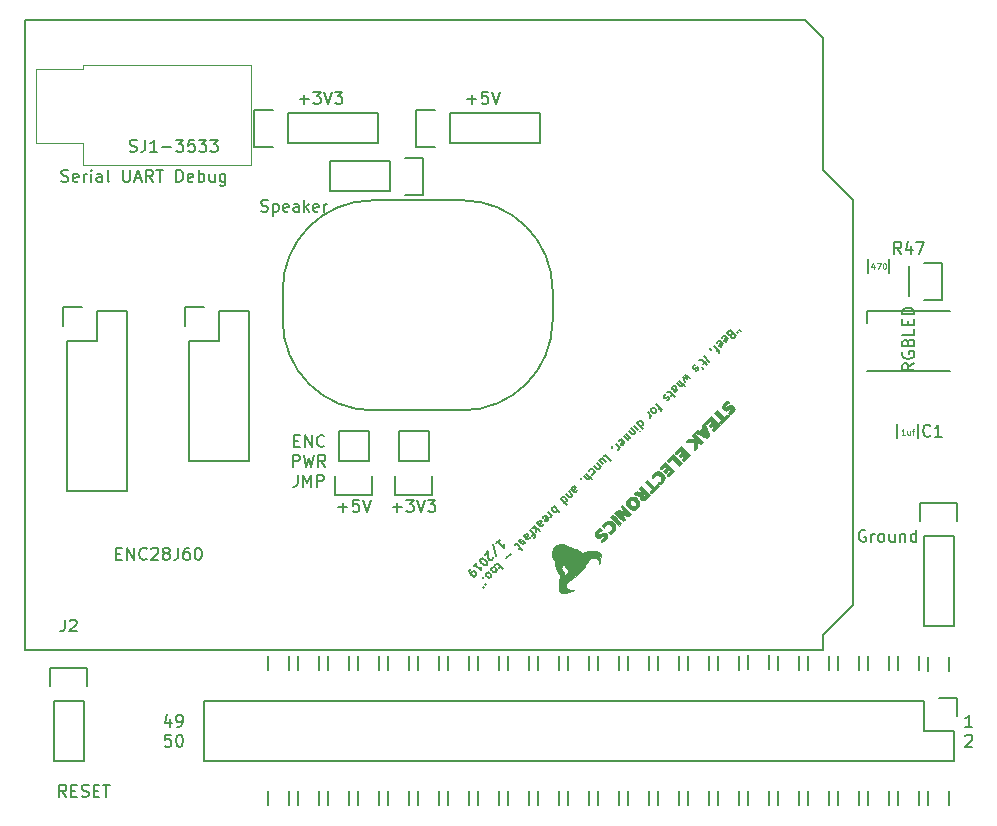
<source format=gto>
G04 #@! TF.GenerationSoftware,KiCad,Pcbnew,5.0.0-rc2*
G04 #@! TF.CreationDate,2019-01-05T22:06:41-05:00*
G04 #@! TF.ProjectId,ZMHW_Map,5A4D48575F4D61702E6B696361645F70,rev?*
G04 #@! TF.SameCoordinates,Original*
G04 #@! TF.FileFunction,Legend,Top*
G04 #@! TF.FilePolarity,Positive*
%FSLAX46Y46*%
G04 Gerber Fmt 4.6, Leading zero omitted, Abs format (unit mm)*
G04 Created by KiCad (PCBNEW 5.0.0-rc2) date Sat Jan  5 22:06:41 2019*
%MOMM*%
%LPD*%
G01*
G04 APERTURE LIST*
%ADD10C,0.152400*%
%ADD11C,0.150000*%
%ADD12C,0.120000*%
%ADD13C,0.010000*%
%ADD14C,0.125000*%
G04 APERTURE END LIST*
D10*
X152194380Y-95709619D02*
X151855714Y-95225809D01*
X151613809Y-95709619D02*
X151613809Y-94693619D01*
X152000857Y-94693619D01*
X152097619Y-94742000D01*
X152146000Y-94790380D01*
X152194380Y-94887142D01*
X152194380Y-95032285D01*
X152146000Y-95129047D01*
X152097619Y-95177428D01*
X152000857Y-95225809D01*
X151613809Y-95225809D01*
X152629809Y-95177428D02*
X152968476Y-95177428D01*
X153113619Y-95709619D02*
X152629809Y-95709619D01*
X152629809Y-94693619D01*
X153113619Y-94693619D01*
X153500666Y-95661238D02*
X153645809Y-95709619D01*
X153887714Y-95709619D01*
X153984476Y-95661238D01*
X154032857Y-95612857D01*
X154081238Y-95516095D01*
X154081238Y-95419333D01*
X154032857Y-95322571D01*
X153984476Y-95274190D01*
X153887714Y-95225809D01*
X153694190Y-95177428D01*
X153597428Y-95129047D01*
X153549047Y-95080666D01*
X153500666Y-94983904D01*
X153500666Y-94887142D01*
X153549047Y-94790380D01*
X153597428Y-94742000D01*
X153694190Y-94693619D01*
X153936095Y-94693619D01*
X154081238Y-94742000D01*
X154516666Y-95177428D02*
X154855333Y-95177428D01*
X155000476Y-95709619D02*
X154516666Y-95709619D01*
X154516666Y-94693619D01*
X155000476Y-94693619D01*
X155290761Y-94693619D02*
X155871333Y-94693619D01*
X155581047Y-95709619D02*
X155581047Y-94693619D01*
X228890285Y-89791419D02*
X228309714Y-89791419D01*
X228600000Y-89791419D02*
X228600000Y-88775419D01*
X228503238Y-88920561D01*
X228406476Y-89017323D01*
X228309714Y-89065704D01*
X228309714Y-90548580D02*
X228358095Y-90500200D01*
X228454857Y-90451819D01*
X228696761Y-90451819D01*
X228793523Y-90500200D01*
X228841904Y-90548580D01*
X228890285Y-90645342D01*
X228890285Y-90742104D01*
X228841904Y-90887247D01*
X228261333Y-91467819D01*
X228890285Y-91467819D01*
X160999714Y-89114085D02*
X160999714Y-89791419D01*
X160757809Y-88727038D02*
X160515904Y-89452752D01*
X161144857Y-89452752D01*
X161580285Y-89791419D02*
X161773809Y-89791419D01*
X161870571Y-89743038D01*
X161918952Y-89694657D01*
X162015714Y-89549514D01*
X162064095Y-89355990D01*
X162064095Y-88968942D01*
X162015714Y-88872180D01*
X161967333Y-88823800D01*
X161870571Y-88775419D01*
X161677047Y-88775419D01*
X161580285Y-88823800D01*
X161531904Y-88872180D01*
X161483523Y-88968942D01*
X161483523Y-89210847D01*
X161531904Y-89307609D01*
X161580285Y-89355990D01*
X161677047Y-89404371D01*
X161870571Y-89404371D01*
X161967333Y-89355990D01*
X162015714Y-89307609D01*
X162064095Y-89210847D01*
X161048095Y-90451819D02*
X160564285Y-90451819D01*
X160515904Y-90935628D01*
X160564285Y-90887247D01*
X160661047Y-90838866D01*
X160902952Y-90838866D01*
X160999714Y-90887247D01*
X161048095Y-90935628D01*
X161096476Y-91032390D01*
X161096476Y-91274295D01*
X161048095Y-91371057D01*
X160999714Y-91419438D01*
X160902952Y-91467819D01*
X160661047Y-91467819D01*
X160564285Y-91419438D01*
X160515904Y-91371057D01*
X161725428Y-90451819D02*
X161822190Y-90451819D01*
X161918952Y-90500200D01*
X161967333Y-90548580D01*
X162015714Y-90645342D01*
X162064095Y-90838866D01*
X162064095Y-91080771D01*
X162015714Y-91274295D01*
X161967333Y-91371057D01*
X161918952Y-91419438D01*
X161822190Y-91467819D01*
X161725428Y-91467819D01*
X161628666Y-91419438D01*
X161580285Y-91371057D01*
X161531904Y-91274295D01*
X161483523Y-91080771D01*
X161483523Y-90838866D01*
X161531904Y-90645342D01*
X161580285Y-90548580D01*
X161628666Y-90500200D01*
X161725428Y-90451819D01*
X156439809Y-75111428D02*
X156778476Y-75111428D01*
X156923619Y-75643619D02*
X156439809Y-75643619D01*
X156439809Y-74627619D01*
X156923619Y-74627619D01*
X157359047Y-75643619D02*
X157359047Y-74627619D01*
X157939619Y-75643619D01*
X157939619Y-74627619D01*
X159004000Y-75546857D02*
X158955619Y-75595238D01*
X158810476Y-75643619D01*
X158713714Y-75643619D01*
X158568571Y-75595238D01*
X158471809Y-75498476D01*
X158423428Y-75401714D01*
X158375047Y-75208190D01*
X158375047Y-75063047D01*
X158423428Y-74869523D01*
X158471809Y-74772761D01*
X158568571Y-74676000D01*
X158713714Y-74627619D01*
X158810476Y-74627619D01*
X158955619Y-74676000D01*
X159004000Y-74724380D01*
X159391047Y-74724380D02*
X159439428Y-74676000D01*
X159536190Y-74627619D01*
X159778095Y-74627619D01*
X159874857Y-74676000D01*
X159923238Y-74724380D01*
X159971619Y-74821142D01*
X159971619Y-74917904D01*
X159923238Y-75063047D01*
X159342666Y-75643619D01*
X159971619Y-75643619D01*
X160552190Y-75063047D02*
X160455428Y-75014666D01*
X160407047Y-74966285D01*
X160358666Y-74869523D01*
X160358666Y-74821142D01*
X160407047Y-74724380D01*
X160455428Y-74676000D01*
X160552190Y-74627619D01*
X160745714Y-74627619D01*
X160842476Y-74676000D01*
X160890857Y-74724380D01*
X160939238Y-74821142D01*
X160939238Y-74869523D01*
X160890857Y-74966285D01*
X160842476Y-75014666D01*
X160745714Y-75063047D01*
X160552190Y-75063047D01*
X160455428Y-75111428D01*
X160407047Y-75159809D01*
X160358666Y-75256571D01*
X160358666Y-75450095D01*
X160407047Y-75546857D01*
X160455428Y-75595238D01*
X160552190Y-75643619D01*
X160745714Y-75643619D01*
X160842476Y-75595238D01*
X160890857Y-75546857D01*
X160939238Y-75450095D01*
X160939238Y-75256571D01*
X160890857Y-75159809D01*
X160842476Y-75111428D01*
X160745714Y-75063047D01*
X161664952Y-74627619D02*
X161664952Y-75353333D01*
X161616571Y-75498476D01*
X161519809Y-75595238D01*
X161374666Y-75643619D01*
X161277904Y-75643619D01*
X162584190Y-74627619D02*
X162390666Y-74627619D01*
X162293904Y-74676000D01*
X162245523Y-74724380D01*
X162148761Y-74869523D01*
X162100380Y-75063047D01*
X162100380Y-75450095D01*
X162148761Y-75546857D01*
X162197142Y-75595238D01*
X162293904Y-75643619D01*
X162487428Y-75643619D01*
X162584190Y-75595238D01*
X162632571Y-75546857D01*
X162680952Y-75450095D01*
X162680952Y-75208190D01*
X162632571Y-75111428D01*
X162584190Y-75063047D01*
X162487428Y-75014666D01*
X162293904Y-75014666D01*
X162197142Y-75063047D01*
X162148761Y-75111428D01*
X162100380Y-75208190D01*
X163309904Y-74627619D02*
X163406666Y-74627619D01*
X163503428Y-74676000D01*
X163551809Y-74724380D01*
X163600190Y-74821142D01*
X163648571Y-75014666D01*
X163648571Y-75256571D01*
X163600190Y-75450095D01*
X163551809Y-75546857D01*
X163503428Y-75595238D01*
X163406666Y-75643619D01*
X163309904Y-75643619D01*
X163213142Y-75595238D01*
X163164761Y-75546857D01*
X163116380Y-75450095D01*
X163068000Y-75256571D01*
X163068000Y-75014666D01*
X163116380Y-74821142D01*
X163164761Y-74724380D01*
X163213142Y-74676000D01*
X163309904Y-74627619D01*
X151783142Y-43591238D02*
X151928285Y-43639619D01*
X152170190Y-43639619D01*
X152266952Y-43591238D01*
X152315333Y-43542857D01*
X152363714Y-43446095D01*
X152363714Y-43349333D01*
X152315333Y-43252571D01*
X152266952Y-43204190D01*
X152170190Y-43155809D01*
X151976666Y-43107428D01*
X151879904Y-43059047D01*
X151831523Y-43010666D01*
X151783142Y-42913904D01*
X151783142Y-42817142D01*
X151831523Y-42720380D01*
X151879904Y-42672000D01*
X151976666Y-42623619D01*
X152218571Y-42623619D01*
X152363714Y-42672000D01*
X153186190Y-43591238D02*
X153089428Y-43639619D01*
X152895904Y-43639619D01*
X152799142Y-43591238D01*
X152750761Y-43494476D01*
X152750761Y-43107428D01*
X152799142Y-43010666D01*
X152895904Y-42962285D01*
X153089428Y-42962285D01*
X153186190Y-43010666D01*
X153234571Y-43107428D01*
X153234571Y-43204190D01*
X152750761Y-43300952D01*
X153669999Y-43639619D02*
X153669999Y-42962285D01*
X153669999Y-43155809D02*
X153718380Y-43059047D01*
X153766761Y-43010666D01*
X153863523Y-42962285D01*
X153960285Y-42962285D01*
X154298952Y-43639619D02*
X154298952Y-42962285D01*
X154298952Y-42623619D02*
X154250571Y-42672000D01*
X154298952Y-42720380D01*
X154347333Y-42672000D01*
X154298952Y-42623619D01*
X154298952Y-42720380D01*
X155218190Y-43639619D02*
X155218190Y-43107428D01*
X155169809Y-43010666D01*
X155073047Y-42962285D01*
X154879523Y-42962285D01*
X154782761Y-43010666D01*
X155218190Y-43591238D02*
X155121428Y-43639619D01*
X154879523Y-43639619D01*
X154782761Y-43591238D01*
X154734380Y-43494476D01*
X154734380Y-43397714D01*
X154782761Y-43300952D01*
X154879523Y-43252571D01*
X155121428Y-43252571D01*
X155218190Y-43204190D01*
X155847142Y-43639619D02*
X155750380Y-43591238D01*
X155701999Y-43494476D01*
X155701999Y-42623619D01*
X157008285Y-42623619D02*
X157008285Y-43446095D01*
X157056666Y-43542857D01*
X157105047Y-43591238D01*
X157201809Y-43639619D01*
X157395333Y-43639619D01*
X157492095Y-43591238D01*
X157540476Y-43542857D01*
X157588857Y-43446095D01*
X157588857Y-42623619D01*
X158024285Y-43349333D02*
X158508095Y-43349333D01*
X157927523Y-43639619D02*
X158266190Y-42623619D01*
X158604857Y-43639619D01*
X159524095Y-43639619D02*
X159185428Y-43155809D01*
X158943523Y-43639619D02*
X158943523Y-42623619D01*
X159330571Y-42623619D01*
X159427333Y-42672000D01*
X159475714Y-42720380D01*
X159524095Y-42817142D01*
X159524095Y-42962285D01*
X159475714Y-43059047D01*
X159427333Y-43107428D01*
X159330571Y-43155809D01*
X158943523Y-43155809D01*
X159814380Y-42623619D02*
X160394952Y-42623619D01*
X160104666Y-43639619D02*
X160104666Y-42623619D01*
X161507714Y-43639619D02*
X161507714Y-42623619D01*
X161749619Y-42623619D01*
X161894761Y-42672000D01*
X161991523Y-42768761D01*
X162039904Y-42865523D01*
X162088285Y-43059047D01*
X162088285Y-43204190D01*
X162039904Y-43397714D01*
X161991523Y-43494476D01*
X161894761Y-43591238D01*
X161749619Y-43639619D01*
X161507714Y-43639619D01*
X162910761Y-43591238D02*
X162813999Y-43639619D01*
X162620476Y-43639619D01*
X162523714Y-43591238D01*
X162475333Y-43494476D01*
X162475333Y-43107428D01*
X162523714Y-43010666D01*
X162620476Y-42962285D01*
X162813999Y-42962285D01*
X162910761Y-43010666D01*
X162959142Y-43107428D01*
X162959142Y-43204190D01*
X162475333Y-43300952D01*
X163394571Y-43639619D02*
X163394571Y-42623619D01*
X163394571Y-43010666D02*
X163491333Y-42962285D01*
X163684857Y-42962285D01*
X163781619Y-43010666D01*
X163829999Y-43059047D01*
X163878380Y-43155809D01*
X163878380Y-43446095D01*
X163829999Y-43542857D01*
X163781619Y-43591238D01*
X163684857Y-43639619D01*
X163491333Y-43639619D01*
X163394571Y-43591238D01*
X164749238Y-42962285D02*
X164749238Y-43639619D01*
X164313809Y-42962285D02*
X164313809Y-43494476D01*
X164362190Y-43591238D01*
X164458952Y-43639619D01*
X164604095Y-43639619D01*
X164700857Y-43591238D01*
X164749238Y-43542857D01*
X165668476Y-42962285D02*
X165668476Y-43784761D01*
X165620095Y-43881523D01*
X165571714Y-43929904D01*
X165474952Y-43978285D01*
X165329809Y-43978285D01*
X165233047Y-43929904D01*
X165668476Y-43591238D02*
X165571714Y-43639619D01*
X165378190Y-43639619D01*
X165281428Y-43591238D01*
X165233047Y-43542857D01*
X165184666Y-43446095D01*
X165184666Y-43155809D01*
X165233047Y-43059047D01*
X165281428Y-43010666D01*
X165378190Y-42962285D01*
X165571714Y-42962285D01*
X165668476Y-43010666D01*
X209282245Y-56270095D02*
X209187965Y-56175814D01*
X209093684Y-56458657D02*
X208999403Y-56364376D01*
X208480858Y-56600078D02*
X208386577Y-56647218D01*
X208339436Y-56647218D01*
X208268726Y-56623648D01*
X208198015Y-56552938D01*
X208174445Y-56482227D01*
X208174445Y-56435086D01*
X208198015Y-56364376D01*
X208386577Y-56175814D01*
X208881552Y-56670789D01*
X208716560Y-56835780D01*
X208645849Y-56859350D01*
X208598709Y-56859350D01*
X208527998Y-56835780D01*
X208480858Y-56788640D01*
X208457287Y-56717929D01*
X208457287Y-56670789D01*
X208480858Y-56600078D01*
X208645849Y-56435086D01*
X207726610Y-56882921D02*
X207750181Y-56812210D01*
X207844462Y-56717929D01*
X207915172Y-56694359D01*
X207985883Y-56717929D01*
X208174445Y-56906491D01*
X208198015Y-56977202D01*
X208174445Y-57047912D01*
X208080164Y-57142193D01*
X208009453Y-57165763D01*
X207938743Y-57142193D01*
X207891602Y-57095053D01*
X208080164Y-56812210D01*
X207302346Y-57307185D02*
X207325917Y-57236474D01*
X207420198Y-57142193D01*
X207490908Y-57118623D01*
X207561619Y-57142193D01*
X207750181Y-57330755D01*
X207773751Y-57401466D01*
X207750181Y-57472176D01*
X207655900Y-57566457D01*
X207585189Y-57590027D01*
X207514478Y-57566457D01*
X207467338Y-57519317D01*
X207655900Y-57236474D01*
X207443768Y-57778589D02*
X207255206Y-57967151D01*
X207043074Y-57519317D02*
X207467338Y-57943581D01*
X207490908Y-58014292D01*
X207467338Y-58085002D01*
X207420198Y-58132143D01*
X206760231Y-57849300D02*
X206736661Y-57825730D01*
X206713091Y-57755019D01*
X206713091Y-57707879D01*
X206147405Y-58414985D02*
X206642380Y-58909960D01*
X206312397Y-58909960D02*
X206123835Y-59098522D01*
X206406678Y-59145662D02*
X205982414Y-58721398D01*
X205911703Y-58697828D01*
X205840992Y-58721398D01*
X205793852Y-58768539D01*
X206100265Y-59452075D02*
X206053124Y-59310654D01*
X205440299Y-59169233D02*
X205369588Y-59192803D01*
X205275307Y-59287084D01*
X205251737Y-59357794D01*
X205275307Y-59428505D01*
X205298877Y-59452075D01*
X205369588Y-59475646D01*
X205440299Y-59452075D01*
X205511009Y-59381365D01*
X205581720Y-59357794D01*
X205652431Y-59381365D01*
X205676001Y-59404935D01*
X205699571Y-59475646D01*
X205676001Y-59546356D01*
X205605290Y-59617067D01*
X205534579Y-59640637D01*
X204992464Y-60229893D02*
X204568200Y-59994191D01*
X204709622Y-60324174D01*
X204379638Y-60182752D01*
X204615341Y-60607016D01*
X204096796Y-60465595D02*
X204591770Y-60960570D01*
X203884664Y-60677727D02*
X204143936Y-60937000D01*
X204214647Y-60960570D01*
X204285357Y-60937000D01*
X204356068Y-60866289D01*
X204379638Y-60795578D01*
X204379638Y-60748438D01*
X203436829Y-61125561D02*
X203696102Y-61384834D01*
X203766813Y-61408404D01*
X203837523Y-61384834D01*
X203931804Y-61290553D01*
X203955374Y-61219842D01*
X203460400Y-61149132D02*
X203483970Y-61078421D01*
X203601821Y-60960570D01*
X203672532Y-60937000D01*
X203743242Y-60960570D01*
X203790383Y-61007710D01*
X203813953Y-61078421D01*
X203790383Y-61149132D01*
X203672532Y-61266983D01*
X203648961Y-61337693D01*
X203601821Y-61620536D02*
X203413259Y-61809098D01*
X203696102Y-61856238D02*
X203271838Y-61431974D01*
X203201127Y-61408404D01*
X203130416Y-61431974D01*
X203083276Y-61479115D01*
X202965425Y-61644106D02*
X202894714Y-61667677D01*
X202800433Y-61761957D01*
X202776863Y-61832668D01*
X202800433Y-61903379D01*
X202824003Y-61926949D01*
X202894714Y-61950519D01*
X202965425Y-61926949D01*
X203036136Y-61856238D01*
X203106846Y-61832668D01*
X203177557Y-61856238D01*
X203201127Y-61879809D01*
X203224697Y-61950519D01*
X203201127Y-62021230D01*
X203130416Y-62091941D01*
X203059706Y-62115511D01*
X202541161Y-62681196D02*
X202352599Y-62869758D01*
X202140467Y-62421924D02*
X202564731Y-62846188D01*
X202588301Y-62916899D01*
X202564731Y-62987609D01*
X202517591Y-63034750D01*
X201786914Y-62775477D02*
X201857624Y-62751907D01*
X201904765Y-62751907D01*
X201975475Y-62775477D01*
X202116897Y-62916899D01*
X202140467Y-62987609D01*
X202140467Y-63034750D01*
X202116897Y-63105460D01*
X202046186Y-63176171D01*
X201975475Y-63199741D01*
X201928335Y-63199741D01*
X201857624Y-63176171D01*
X201716203Y-63034750D01*
X201692633Y-62964039D01*
X201692633Y-62916899D01*
X201716203Y-62846188D01*
X201786914Y-62775477D01*
X201409790Y-63152601D02*
X201739773Y-63482584D01*
X201645492Y-63388303D02*
X201669062Y-63459014D01*
X201669062Y-63506154D01*
X201645492Y-63576865D01*
X201598352Y-63624005D01*
X200514121Y-64048269D02*
X201009096Y-64543244D01*
X200537692Y-64071840D02*
X200561262Y-64001129D01*
X200655543Y-63906848D01*
X200726253Y-63883278D01*
X200773394Y-63883278D01*
X200844104Y-63906848D01*
X200985526Y-64048269D01*
X201009096Y-64118980D01*
X201009096Y-64166121D01*
X200985526Y-64236831D01*
X200891245Y-64331112D01*
X200820534Y-64354682D01*
X200278419Y-64283972D02*
X200608402Y-64613955D01*
X200773394Y-64778946D02*
X200773394Y-64731806D01*
X200726253Y-64731806D01*
X200726253Y-64778946D01*
X200773394Y-64778946D01*
X200726253Y-64731806D01*
X200372700Y-64849657D02*
X200042717Y-64519674D01*
X200325560Y-64802517D02*
X200325560Y-64849657D01*
X200301989Y-64920368D01*
X200231279Y-64991078D01*
X200160568Y-65014649D01*
X200089857Y-64991078D01*
X199830585Y-64731806D01*
X199924866Y-65297491D02*
X199594883Y-64967508D01*
X199877725Y-65250351D02*
X199877725Y-65297491D01*
X199854155Y-65368202D01*
X199783444Y-65438913D01*
X199712734Y-65462483D01*
X199642023Y-65438913D01*
X199382750Y-65179640D01*
X198982057Y-65627475D02*
X199005627Y-65556764D01*
X199099908Y-65462483D01*
X199170618Y-65438913D01*
X199241329Y-65462483D01*
X199429891Y-65651045D01*
X199453461Y-65721755D01*
X199429891Y-65792466D01*
X199335610Y-65886747D01*
X199264899Y-65910317D01*
X199194189Y-65886747D01*
X199147048Y-65839607D01*
X199335610Y-65556764D01*
X198722784Y-65839607D02*
X199052767Y-66169590D01*
X198958486Y-66075309D02*
X198982057Y-66146019D01*
X198982057Y-66193160D01*
X198958486Y-66263871D01*
X198911346Y-66311011D01*
X198416371Y-66193160D02*
X198392801Y-66169590D01*
X198369231Y-66098879D01*
X198369231Y-66051739D01*
X197732835Y-66829556D02*
X197803545Y-66805986D01*
X197874256Y-66829556D01*
X198298520Y-67253820D01*
X197662124Y-67560233D02*
X197332141Y-67230250D01*
X197874256Y-67348101D02*
X197614984Y-67088829D01*
X197544273Y-67065258D01*
X197473562Y-67088829D01*
X197402851Y-67159539D01*
X197379281Y-67230250D01*
X197379281Y-67277390D01*
X197426422Y-67795935D02*
X197096439Y-67465952D01*
X197379281Y-67748795D02*
X197379281Y-67795935D01*
X197355711Y-67866646D01*
X197285000Y-67937357D01*
X197214290Y-67960927D01*
X197143579Y-67937357D01*
X196884307Y-67678084D01*
X196460042Y-68149489D02*
X196483613Y-68078778D01*
X196577894Y-67984497D01*
X196648604Y-67960927D01*
X196695745Y-67960927D01*
X196766455Y-67984497D01*
X196907877Y-68125918D01*
X196931447Y-68196629D01*
X196931447Y-68243770D01*
X196907877Y-68314480D01*
X196813596Y-68408761D01*
X196742885Y-68432331D01*
X196224340Y-68338051D02*
X196719315Y-68833025D01*
X196012208Y-68550183D02*
X196271481Y-68809455D01*
X196342191Y-68833025D01*
X196412902Y-68809455D01*
X196483613Y-68738744D01*
X196507183Y-68668034D01*
X196507183Y-68620893D01*
X195776506Y-68833025D02*
X195752936Y-68809455D01*
X195729365Y-68738744D01*
X195729365Y-68691604D01*
X194951548Y-69610843D02*
X195210820Y-69870115D01*
X195281531Y-69893685D01*
X195352242Y-69870115D01*
X195446523Y-69775834D01*
X195470093Y-69705124D01*
X194975118Y-69634413D02*
X194998688Y-69563702D01*
X195116540Y-69445851D01*
X195187250Y-69422281D01*
X195257961Y-69445851D01*
X195305101Y-69492992D01*
X195328672Y-69563702D01*
X195305101Y-69634413D01*
X195187250Y-69752264D01*
X195163680Y-69822975D01*
X195045829Y-70176528D02*
X194715846Y-69846545D01*
X194998688Y-70129388D02*
X194998688Y-70176528D01*
X194975118Y-70247239D01*
X194904408Y-70317950D01*
X194833697Y-70341520D01*
X194762986Y-70317950D01*
X194503714Y-70058677D01*
X194055879Y-70506511D02*
X194550854Y-71001486D01*
X194079450Y-70530082D02*
X194103020Y-70459371D01*
X194197301Y-70365090D01*
X194268011Y-70341520D01*
X194315152Y-70341520D01*
X194385863Y-70365090D01*
X194527284Y-70506511D01*
X194550854Y-70577222D01*
X194550854Y-70624362D01*
X194527284Y-70695073D01*
X194433003Y-70789354D01*
X194362292Y-70812924D01*
X193443054Y-71119337D02*
X193938028Y-71614312D01*
X193749466Y-71425750D02*
X193725896Y-71496461D01*
X193631615Y-71590742D01*
X193560905Y-71614312D01*
X193513764Y-71614312D01*
X193443054Y-71590742D01*
X193301632Y-71449320D01*
X193278062Y-71378610D01*
X193278062Y-71331469D01*
X193301632Y-71260759D01*
X193395913Y-71166478D01*
X193466624Y-71142907D01*
X192995219Y-71567171D02*
X193325202Y-71897155D01*
X193230921Y-71802874D02*
X193254492Y-71873584D01*
X193254492Y-71920725D01*
X193230921Y-71991436D01*
X193183781Y-72038576D01*
X192523815Y-72085716D02*
X192547385Y-72015006D01*
X192641666Y-71920725D01*
X192712377Y-71897155D01*
X192783087Y-71920725D01*
X192971649Y-72109287D01*
X192995219Y-72179997D01*
X192971649Y-72250708D01*
X192877368Y-72344989D01*
X192806657Y-72368559D01*
X192735947Y-72344989D01*
X192688806Y-72297848D01*
X192877368Y-72015006D01*
X192052410Y-72509981D02*
X192311683Y-72769253D01*
X192382393Y-72792823D01*
X192453104Y-72769253D01*
X192547385Y-72674972D01*
X192570955Y-72604261D01*
X192075980Y-72533551D02*
X192099551Y-72462840D01*
X192217402Y-72344989D01*
X192288112Y-72321419D01*
X192358823Y-72344989D01*
X192405964Y-72392129D01*
X192429534Y-72462840D01*
X192405964Y-72533551D01*
X192288112Y-72651402D01*
X192264542Y-72722113D01*
X191816708Y-72745683D02*
X192311683Y-73240658D01*
X191958129Y-72981385D02*
X191628146Y-72934245D01*
X191958129Y-73264228D02*
X191958129Y-72887104D01*
X191816708Y-73405649D02*
X191628146Y-73594211D01*
X191416014Y-73146377D02*
X191840278Y-73570641D01*
X191863848Y-73641351D01*
X191840278Y-73712062D01*
X191793138Y-73759203D01*
X190921039Y-73641351D02*
X191180312Y-73900624D01*
X191251022Y-73924194D01*
X191321733Y-73900624D01*
X191416014Y-73806343D01*
X191439584Y-73735632D01*
X190944610Y-73664922D02*
X190968180Y-73594211D01*
X191086031Y-73476360D01*
X191156742Y-73452790D01*
X191227452Y-73476360D01*
X191274593Y-73523500D01*
X191298163Y-73594211D01*
X191274593Y-73664922D01*
X191156742Y-73782773D01*
X191133171Y-73853483D01*
X190732478Y-73877054D02*
X190661767Y-73900624D01*
X190567486Y-73994905D01*
X190543916Y-74065615D01*
X190567486Y-74136326D01*
X190591056Y-74159896D01*
X190661767Y-74183467D01*
X190732478Y-74159896D01*
X190803188Y-74089186D01*
X190873899Y-74065615D01*
X190944610Y-74089186D01*
X190968180Y-74112756D01*
X190991750Y-74183467D01*
X190968180Y-74254177D01*
X190897469Y-74324888D01*
X190826758Y-74348458D01*
X190685337Y-74537020D02*
X190496775Y-74725582D01*
X190779618Y-74772722D02*
X190355354Y-74348458D01*
X190284643Y-74324888D01*
X190213933Y-74348458D01*
X190166792Y-74395599D01*
X189813239Y-75126276D02*
X189436115Y-75503399D01*
X189035421Y-76186936D02*
X188846859Y-76375498D01*
X189129702Y-76422638D02*
X188705438Y-75998374D01*
X188634727Y-75974804D01*
X188564017Y-75998374D01*
X188516876Y-76045514D01*
X188281174Y-76281217D02*
X188351885Y-76257646D01*
X188399025Y-76257646D01*
X188469736Y-76281217D01*
X188611157Y-76422638D01*
X188634727Y-76493349D01*
X188634727Y-76540489D01*
X188611157Y-76611200D01*
X188540446Y-76681911D01*
X188469736Y-76705481D01*
X188422595Y-76705481D01*
X188351885Y-76681911D01*
X188210463Y-76540489D01*
X188186893Y-76469779D01*
X188186893Y-76422638D01*
X188210463Y-76351927D01*
X188281174Y-76281217D01*
X187833340Y-76729051D02*
X187904050Y-76705481D01*
X187951191Y-76705481D01*
X188021902Y-76729051D01*
X188163323Y-76870472D01*
X188186893Y-76941183D01*
X188186893Y-76988323D01*
X188163323Y-77059034D01*
X188092612Y-77129745D01*
X188021902Y-77153315D01*
X187974761Y-77153315D01*
X187904050Y-77129745D01*
X187762629Y-76988323D01*
X187739059Y-76917613D01*
X187739059Y-76870472D01*
X187762629Y-76799762D01*
X187833340Y-76729051D01*
X187503357Y-77153315D02*
X187456216Y-77153315D01*
X187456216Y-77106175D01*
X187503357Y-77106175D01*
X187503357Y-77153315D01*
X187456216Y-77106175D01*
X187739059Y-77813281D02*
X187644778Y-77719000D01*
X187550497Y-78001843D02*
X187456216Y-77907562D01*
X188609460Y-74252480D02*
X188892303Y-73969638D01*
X188750882Y-74111059D02*
X189245856Y-74606034D01*
X189222286Y-74488183D01*
X189222286Y-74393902D01*
X189245856Y-74323191D01*
X188562320Y-75336711D02*
X188350188Y-74276051D01*
X188350188Y-75407421D02*
X188350188Y-75454562D01*
X188326618Y-75525273D01*
X188208766Y-75643124D01*
X188138056Y-75666694D01*
X188090915Y-75666694D01*
X188020205Y-75643124D01*
X187973064Y-75595983D01*
X187925924Y-75501702D01*
X187925924Y-74936017D01*
X187619511Y-75242430D01*
X187808073Y-76043818D02*
X187760932Y-76090958D01*
X187690221Y-76114528D01*
X187643081Y-76114528D01*
X187572370Y-76090958D01*
X187454519Y-76020247D01*
X187336668Y-75902396D01*
X187265957Y-75784545D01*
X187242387Y-75713834D01*
X187242387Y-75666694D01*
X187265957Y-75595983D01*
X187313098Y-75548843D01*
X187383809Y-75525273D01*
X187430949Y-75525273D01*
X187501660Y-75548843D01*
X187619511Y-75619554D01*
X187737362Y-75737405D01*
X187808073Y-75855256D01*
X187831643Y-75925966D01*
X187831643Y-75973107D01*
X187808073Y-76043818D01*
X186676702Y-76185239D02*
X186959544Y-75902396D01*
X186818123Y-76043818D02*
X187313098Y-76538792D01*
X187289528Y-76420941D01*
X187289528Y-76326660D01*
X187313098Y-76255950D01*
X186441000Y-76420941D02*
X186346719Y-76515222D01*
X186323148Y-76585933D01*
X186323148Y-76633073D01*
X186346719Y-76750924D01*
X186417429Y-76868775D01*
X186605991Y-77057337D01*
X186676702Y-77080908D01*
X186723842Y-77080908D01*
X186794553Y-77057337D01*
X186888834Y-76963056D01*
X186912404Y-76892346D01*
X186912404Y-76845205D01*
X186888834Y-76774495D01*
X186770983Y-76656643D01*
X186700272Y-76633073D01*
X186653132Y-76633073D01*
X186582421Y-76656643D01*
X186488140Y-76750924D01*
X186464570Y-76821635D01*
X186464570Y-76868775D01*
X186488140Y-76939486D01*
X157564666Y-41051238D02*
X157709809Y-41099619D01*
X157951714Y-41099619D01*
X158048476Y-41051238D01*
X158096857Y-41002857D01*
X158145238Y-40906095D01*
X158145238Y-40809333D01*
X158096857Y-40712571D01*
X158048476Y-40664190D01*
X157951714Y-40615809D01*
X157758190Y-40567428D01*
X157661428Y-40519047D01*
X157613047Y-40470666D01*
X157564666Y-40373904D01*
X157564666Y-40277142D01*
X157613047Y-40180380D01*
X157661428Y-40132000D01*
X157758190Y-40083619D01*
X158000095Y-40083619D01*
X158145238Y-40132000D01*
X158870952Y-40083619D02*
X158870952Y-40809333D01*
X158822571Y-40954476D01*
X158725809Y-41051238D01*
X158580666Y-41099619D01*
X158483904Y-41099619D01*
X159886952Y-41099619D02*
X159306380Y-41099619D01*
X159596666Y-41099619D02*
X159596666Y-40083619D01*
X159499904Y-40228761D01*
X159403142Y-40325523D01*
X159306380Y-40373904D01*
X160322380Y-40712571D02*
X161096476Y-40712571D01*
X161483523Y-40083619D02*
X162112476Y-40083619D01*
X161773809Y-40470666D01*
X161918952Y-40470666D01*
X162015714Y-40519047D01*
X162064095Y-40567428D01*
X162112476Y-40664190D01*
X162112476Y-40906095D01*
X162064095Y-41002857D01*
X162015714Y-41051238D01*
X161918952Y-41099619D01*
X161628666Y-41099619D01*
X161531904Y-41051238D01*
X161483523Y-41002857D01*
X163031714Y-40083619D02*
X162547904Y-40083619D01*
X162499523Y-40567428D01*
X162547904Y-40519047D01*
X162644666Y-40470666D01*
X162886571Y-40470666D01*
X162983333Y-40519047D01*
X163031714Y-40567428D01*
X163080095Y-40664190D01*
X163080095Y-40906095D01*
X163031714Y-41002857D01*
X162983333Y-41051238D01*
X162886571Y-41099619D01*
X162644666Y-41099619D01*
X162547904Y-41051238D01*
X162499523Y-41002857D01*
X163418761Y-40083619D02*
X164047714Y-40083619D01*
X163709047Y-40470666D01*
X163854190Y-40470666D01*
X163950952Y-40519047D01*
X163999333Y-40567428D01*
X164047714Y-40664190D01*
X164047714Y-40906095D01*
X163999333Y-41002857D01*
X163950952Y-41051238D01*
X163854190Y-41099619D01*
X163563904Y-41099619D01*
X163467142Y-41051238D01*
X163418761Y-41002857D01*
X164386380Y-40083619D02*
X165015333Y-40083619D01*
X164676666Y-40470666D01*
X164821809Y-40470666D01*
X164918571Y-40519047D01*
X164966952Y-40567428D01*
X165015333Y-40664190D01*
X165015333Y-40906095D01*
X164966952Y-41002857D01*
X164918571Y-41051238D01*
X164821809Y-41099619D01*
X164531523Y-41099619D01*
X164434761Y-41051238D01*
X164386380Y-41002857D01*
X171462095Y-65561028D02*
X171800761Y-65561028D01*
X171945904Y-66093219D02*
X171462095Y-66093219D01*
X171462095Y-65077219D01*
X171945904Y-65077219D01*
X172381333Y-66093219D02*
X172381333Y-65077219D01*
X172961904Y-66093219D01*
X172961904Y-65077219D01*
X174026285Y-65996457D02*
X173977904Y-66044838D01*
X173832761Y-66093219D01*
X173736000Y-66093219D01*
X173590857Y-66044838D01*
X173494095Y-65948076D01*
X173445714Y-65851314D01*
X173397333Y-65657790D01*
X173397333Y-65512647D01*
X173445714Y-65319123D01*
X173494095Y-65222361D01*
X173590857Y-65125600D01*
X173736000Y-65077219D01*
X173832761Y-65077219D01*
X173977904Y-65125600D01*
X174026285Y-65173980D01*
X171365333Y-67769619D02*
X171365333Y-66753619D01*
X171752380Y-66753619D01*
X171849142Y-66802000D01*
X171897523Y-66850380D01*
X171945904Y-66947142D01*
X171945904Y-67092285D01*
X171897523Y-67189047D01*
X171849142Y-67237428D01*
X171752380Y-67285809D01*
X171365333Y-67285809D01*
X172284571Y-66753619D02*
X172526476Y-67769619D01*
X172719999Y-67043904D01*
X172913523Y-67769619D01*
X173155428Y-66753619D01*
X174123047Y-67769619D02*
X173784380Y-67285809D01*
X173542476Y-67769619D02*
X173542476Y-66753619D01*
X173929523Y-66753619D01*
X174026285Y-66802000D01*
X174074666Y-66850380D01*
X174123047Y-66947142D01*
X174123047Y-67092285D01*
X174074666Y-67189047D01*
X174026285Y-67237428D01*
X173929523Y-67285809D01*
X173542476Y-67285809D01*
X171776571Y-68430019D02*
X171776571Y-69155733D01*
X171728190Y-69300876D01*
X171631428Y-69397638D01*
X171486285Y-69446019D01*
X171389523Y-69446019D01*
X172260380Y-69446019D02*
X172260380Y-68430019D01*
X172599047Y-69155733D01*
X172937714Y-68430019D01*
X172937714Y-69446019D01*
X173421523Y-69446019D02*
X173421523Y-68430019D01*
X173808571Y-68430019D01*
X173905333Y-68478400D01*
X173953714Y-68526780D01*
X174002095Y-68623542D01*
X174002095Y-68768685D01*
X173953714Y-68865447D01*
X173905333Y-68913828D01*
X173808571Y-68962209D01*
X173421523Y-68962209D01*
X175223714Y-71192571D02*
X175997809Y-71192571D01*
X175610761Y-71579619D02*
X175610761Y-70805523D01*
X176965428Y-70563619D02*
X176481619Y-70563619D01*
X176433238Y-71047428D01*
X176481619Y-70999047D01*
X176578380Y-70950666D01*
X176820285Y-70950666D01*
X176917047Y-70999047D01*
X176965428Y-71047428D01*
X177013809Y-71144190D01*
X177013809Y-71386095D01*
X176965428Y-71482857D01*
X176917047Y-71531238D01*
X176820285Y-71579619D01*
X176578380Y-71579619D01*
X176481619Y-71531238D01*
X176433238Y-71482857D01*
X177304095Y-70563619D02*
X177642761Y-71579619D01*
X177981428Y-70563619D01*
X179819904Y-71192571D02*
X180594000Y-71192571D01*
X180206952Y-71579619D02*
X180206952Y-70805523D01*
X180981047Y-70563619D02*
X181610000Y-70563619D01*
X181271333Y-70950666D01*
X181416476Y-70950666D01*
X181513238Y-70999047D01*
X181561619Y-71047428D01*
X181610000Y-71144190D01*
X181610000Y-71386095D01*
X181561619Y-71482857D01*
X181513238Y-71531238D01*
X181416476Y-71579619D01*
X181126190Y-71579619D01*
X181029428Y-71531238D01*
X180981047Y-71482857D01*
X181900285Y-70563619D02*
X182238952Y-71579619D01*
X182577619Y-70563619D01*
X182819523Y-70563619D02*
X183448476Y-70563619D01*
X183109809Y-70950666D01*
X183254952Y-70950666D01*
X183351714Y-70999047D01*
X183400095Y-71047428D01*
X183448476Y-71144190D01*
X183448476Y-71386095D01*
X183400095Y-71482857D01*
X183351714Y-71531238D01*
X183254952Y-71579619D01*
X182964666Y-71579619D01*
X182867904Y-71531238D01*
X182819523Y-71482857D01*
X171945904Y-36648571D02*
X172720000Y-36648571D01*
X172332952Y-37035619D02*
X172332952Y-36261523D01*
X173107047Y-36019619D02*
X173736000Y-36019619D01*
X173397333Y-36406666D01*
X173542476Y-36406666D01*
X173639238Y-36455047D01*
X173687619Y-36503428D01*
X173736000Y-36600190D01*
X173736000Y-36842095D01*
X173687619Y-36938857D01*
X173639238Y-36987238D01*
X173542476Y-37035619D01*
X173252190Y-37035619D01*
X173155428Y-36987238D01*
X173107047Y-36938857D01*
X174026285Y-36019619D02*
X174364952Y-37035619D01*
X174703619Y-36019619D01*
X174945523Y-36019619D02*
X175574476Y-36019619D01*
X175235809Y-36406666D01*
X175380952Y-36406666D01*
X175477714Y-36455047D01*
X175526095Y-36503428D01*
X175574476Y-36600190D01*
X175574476Y-36842095D01*
X175526095Y-36938857D01*
X175477714Y-36987238D01*
X175380952Y-37035619D01*
X175090666Y-37035619D01*
X174993904Y-36987238D01*
X174945523Y-36938857D01*
X186145714Y-36648571D02*
X186919809Y-36648571D01*
X186532761Y-37035619D02*
X186532761Y-36261523D01*
X187887428Y-36019619D02*
X187403619Y-36019619D01*
X187355238Y-36503428D01*
X187403619Y-36455047D01*
X187500380Y-36406666D01*
X187742285Y-36406666D01*
X187839047Y-36455047D01*
X187887428Y-36503428D01*
X187935809Y-36600190D01*
X187935809Y-36842095D01*
X187887428Y-36938857D01*
X187839047Y-36987238D01*
X187742285Y-37035619D01*
X187500380Y-37035619D01*
X187403619Y-36987238D01*
X187355238Y-36938857D01*
X188226095Y-36019619D02*
X188564761Y-37035619D01*
X188903428Y-36019619D01*
X219855142Y-73152000D02*
X219758380Y-73103619D01*
X219613238Y-73103619D01*
X219468095Y-73152000D01*
X219371333Y-73248761D01*
X219322952Y-73345523D01*
X219274571Y-73539047D01*
X219274571Y-73684190D01*
X219322952Y-73877714D01*
X219371333Y-73974476D01*
X219468095Y-74071238D01*
X219613238Y-74119619D01*
X219709999Y-74119619D01*
X219855142Y-74071238D01*
X219903523Y-74022857D01*
X219903523Y-73684190D01*
X219709999Y-73684190D01*
X220338952Y-74119619D02*
X220338952Y-73442285D01*
X220338952Y-73635809D02*
X220387333Y-73539047D01*
X220435714Y-73490666D01*
X220532476Y-73442285D01*
X220629238Y-73442285D01*
X221113047Y-74119619D02*
X221016285Y-74071238D01*
X220967904Y-74022857D01*
X220919523Y-73926095D01*
X220919523Y-73635809D01*
X220967904Y-73539047D01*
X221016285Y-73490666D01*
X221113047Y-73442285D01*
X221258190Y-73442285D01*
X221354952Y-73490666D01*
X221403333Y-73539047D01*
X221451714Y-73635809D01*
X221451714Y-73926095D01*
X221403333Y-74022857D01*
X221354952Y-74071238D01*
X221258190Y-74119619D01*
X221113047Y-74119619D01*
X222322571Y-73442285D02*
X222322571Y-74119619D01*
X221887142Y-73442285D02*
X221887142Y-73974476D01*
X221935523Y-74071238D01*
X222032285Y-74119619D01*
X222177428Y-74119619D01*
X222274190Y-74071238D01*
X222322571Y-74022857D01*
X222806380Y-73442285D02*
X222806380Y-74119619D01*
X222806380Y-73539047D02*
X222854761Y-73490666D01*
X222951523Y-73442285D01*
X223096666Y-73442285D01*
X223193428Y-73490666D01*
X223241809Y-73587428D01*
X223241809Y-74119619D01*
X224161047Y-74119619D02*
X224161047Y-73103619D01*
X224161047Y-74071238D02*
X224064285Y-74119619D01*
X223870761Y-74119619D01*
X223773999Y-74071238D01*
X223725619Y-74022857D01*
X223677238Y-73926095D01*
X223677238Y-73635809D01*
X223725619Y-73539047D01*
X223773999Y-73490666D01*
X223870761Y-73442285D01*
X224064285Y-73442285D01*
X224161047Y-73490666D01*
D11*
G04 #@! TO.C,XA1*
X193369000Y-52827500D02*
X193369000Y-55367500D01*
X178129000Y-45207500D02*
X185749000Y-45207500D01*
X170509000Y-55367500D02*
X170509000Y-52827500D01*
X185749000Y-62987500D02*
X178129000Y-62987500D01*
X193369000Y-55367500D02*
G75*
G02X185749000Y-62987500I-7620000J0D01*
G01*
X178129000Y-62987500D02*
G75*
G02X170509000Y-55367500I0J7620000D01*
G01*
X185749000Y-45207500D02*
G75*
G02X193369000Y-52827500I0J-7620000D01*
G01*
X170509000Y-52827500D02*
G75*
G02X178129000Y-45207500I7620000J0D01*
G01*
X151205000Y-83307500D02*
X216229000Y-83307500D01*
X214705000Y-29967500D02*
X216229000Y-31491500D01*
X216229000Y-83307500D02*
X216229000Y-82037500D01*
X216229000Y-82037500D02*
X218769000Y-79497500D01*
X218769000Y-79497500D02*
X218769000Y-45207500D01*
X218769000Y-45207500D02*
X216229000Y-42667500D01*
X216229000Y-42667500D02*
X216229000Y-31491500D01*
X214705000Y-29967500D02*
X148665000Y-29967500D01*
X148665000Y-29967500D02*
X148665000Y-34031500D01*
X148665000Y-34031500D02*
X148665000Y-83307500D01*
X148665000Y-83307500D02*
X151205000Y-83307500D01*
G04 #@! TO.C,LS1*
X182398000Y-41630000D02*
X182398000Y-44730000D01*
X180848000Y-41630000D02*
X182398000Y-41630000D01*
X179578000Y-44450000D02*
X179578000Y-41910000D01*
X182398000Y-44730000D02*
X180848000Y-44730000D01*
X174498000Y-44450000D02*
X179578000Y-44450000D01*
X174498000Y-41910000D02*
X174498000Y-44450000D01*
X179578000Y-41910000D02*
X174498000Y-41910000D01*
G04 #@! TO.C,P7*
X157308000Y-69781500D02*
X157308000Y-54541500D01*
X152228000Y-57081500D02*
X152228000Y-69781500D01*
X157308000Y-69781500D02*
X152228000Y-69781500D01*
X157308000Y-54541500D02*
X154768000Y-54541500D01*
X153498000Y-54261500D02*
X151948000Y-54261500D01*
X154768000Y-54541500D02*
X154768000Y-57081500D01*
X154768000Y-57081500D02*
X152228000Y-57081500D01*
X151948000Y-54261500D02*
X151948000Y-55811500D01*
G04 #@! TO.C,P1*
X184658000Y-40386000D02*
X192278000Y-40386000D01*
X184658000Y-37846000D02*
X192278000Y-37846000D01*
X181838000Y-37566000D02*
X183388000Y-37566000D01*
X192278000Y-40386000D02*
X192278000Y-37846000D01*
X184658000Y-37846000D02*
X184658000Y-40386000D01*
X183388000Y-40666000D02*
X181838000Y-40666000D01*
X181838000Y-40666000D02*
X181838000Y-37566000D01*
G04 #@! TO.C,P3*
X170942000Y-40386000D02*
X178562000Y-40386000D01*
X170942000Y-37846000D02*
X178562000Y-37846000D01*
X168122000Y-37566000D02*
X169672000Y-37566000D01*
X178562000Y-40386000D02*
X178562000Y-37846000D01*
X170942000Y-37846000D02*
X170942000Y-40386000D01*
X169672000Y-40666000D02*
X168122000Y-40666000D01*
X168122000Y-40666000D02*
X168122000Y-37566000D01*
G04 #@! TO.C,P4*
X180340000Y-67310000D02*
X180340000Y-64770000D01*
X180060000Y-70130000D02*
X180060000Y-68580000D01*
X180340000Y-67310000D02*
X182880000Y-67310000D01*
X183160000Y-68580000D02*
X183160000Y-70130000D01*
X183160000Y-70130000D02*
X180060000Y-70130000D01*
X182880000Y-67310000D02*
X182880000Y-64770000D01*
X182880000Y-64770000D02*
X180340000Y-64770000D01*
G04 #@! TO.C,P5*
X177800000Y-64770000D02*
X175260000Y-64770000D01*
X177800000Y-67310000D02*
X177800000Y-64770000D01*
X178080000Y-70130000D02*
X174980000Y-70130000D01*
X178080000Y-68580000D02*
X178080000Y-70130000D01*
X175260000Y-67310000D02*
X177800000Y-67310000D01*
X174980000Y-70130000D02*
X174980000Y-68580000D01*
X175260000Y-67310000D02*
X175260000Y-64770000D01*
G04 #@! TO.C,P6*
X167628000Y-54541500D02*
X167628000Y-67241500D01*
X167628000Y-67241500D02*
X162548000Y-67241500D01*
X162548000Y-67241500D02*
X162548000Y-57081500D01*
X167628000Y-54541500D02*
X165088000Y-54541500D01*
X163818000Y-54261500D02*
X162268000Y-54261500D01*
X165088000Y-54541500D02*
X165088000Y-57081500D01*
X165088000Y-57081500D02*
X162548000Y-57081500D01*
X162268000Y-54261500D02*
X162268000Y-55811500D01*
G04 #@! TO.C,R1*
X224395000Y-83798600D02*
X224395000Y-84998600D01*
X222645000Y-84998600D02*
X222645000Y-83798600D01*
G04 #@! TO.C,R2*
X220105000Y-84998600D02*
X220105000Y-83798600D01*
X221855000Y-83798600D02*
X221855000Y-84998600D01*
G04 #@! TO.C,R3*
X219315000Y-83798600D02*
X219315000Y-84998600D01*
X217565000Y-84998600D02*
X217565000Y-83798600D01*
G04 #@! TO.C,R4*
X215025000Y-84998600D02*
X215025000Y-83798600D01*
X216775000Y-83798600D02*
X216775000Y-84998600D01*
G04 #@! TO.C,R5*
X214235000Y-83798600D02*
X214235000Y-84998600D01*
X212485000Y-84998600D02*
X212485000Y-83798600D01*
G04 #@! TO.C,R6*
X209945000Y-84918600D02*
X209945000Y-83718600D01*
X211695000Y-83718600D02*
X211695000Y-84918600D01*
G04 #@! TO.C,R7*
X209155000Y-83798600D02*
X209155000Y-84998600D01*
X207405000Y-84998600D02*
X207405000Y-83798600D01*
G04 #@! TO.C,R8*
X204865000Y-84998600D02*
X204865000Y-83798600D01*
X206615000Y-83798600D02*
X206615000Y-84998600D01*
G04 #@! TO.C,R9*
X204075000Y-83798600D02*
X204075000Y-84998600D01*
X202325000Y-84998600D02*
X202325000Y-83798600D01*
G04 #@! TO.C,R10*
X201535000Y-83798600D02*
X201535000Y-84998600D01*
X199785000Y-84998600D02*
X199785000Y-83798600D01*
G04 #@! TO.C,R11*
X198995000Y-83798600D02*
X198995000Y-84998600D01*
X197245000Y-84998600D02*
X197245000Y-83798600D01*
G04 #@! TO.C,R12*
X194705000Y-84998600D02*
X194705000Y-83798600D01*
X196455000Y-83798600D02*
X196455000Y-84998600D01*
G04 #@! TO.C,R13*
X193915000Y-83798600D02*
X193915000Y-84998600D01*
X192165000Y-84998600D02*
X192165000Y-83798600D01*
G04 #@! TO.C,R14*
X189625000Y-84998600D02*
X189625000Y-83798600D01*
X191375000Y-83798600D02*
X191375000Y-84998600D01*
G04 #@! TO.C,R15*
X188835000Y-83798600D02*
X188835000Y-84998600D01*
X187085000Y-84998600D02*
X187085000Y-83798600D01*
G04 #@! TO.C,R16*
X184545000Y-84998600D02*
X184545000Y-83798600D01*
X186295000Y-83798600D02*
X186295000Y-84998600D01*
G04 #@! TO.C,R17*
X183755000Y-83798600D02*
X183755000Y-84998600D01*
X182005000Y-84998600D02*
X182005000Y-83798600D01*
G04 #@! TO.C,R18*
X179465000Y-84998600D02*
X179465000Y-83798600D01*
X181215000Y-83798600D02*
X181215000Y-84998600D01*
G04 #@! TO.C,R19*
X178675000Y-83798600D02*
X178675000Y-84998600D01*
X176925000Y-84998600D02*
X176925000Y-83798600D01*
G04 #@! TO.C,R20*
X174385000Y-84998600D02*
X174385000Y-83798600D01*
X176135000Y-83798600D02*
X176135000Y-84998600D01*
G04 #@! TO.C,R21*
X171845000Y-84998600D02*
X171845000Y-83798600D01*
X173595000Y-83798600D02*
X173595000Y-84998600D01*
G04 #@! TO.C,R22*
X171055000Y-83798600D02*
X171055000Y-84998600D01*
X169305000Y-84998600D02*
X169305000Y-83798600D01*
G04 #@! TO.C,R23*
X226939000Y-95241700D02*
X226939000Y-96441700D01*
X225189000Y-96441700D02*
X225189000Y-95241700D01*
G04 #@! TO.C,R24*
X222649000Y-96441700D02*
X222649000Y-95241700D01*
X224399000Y-95241700D02*
X224399000Y-96441700D01*
G04 #@! TO.C,R25*
X221859000Y-95241700D02*
X221859000Y-96441700D01*
X220109000Y-96441700D02*
X220109000Y-95241700D01*
G04 #@! TO.C,R26*
X219319000Y-95241700D02*
X219319000Y-96441700D01*
X217569000Y-96441700D02*
X217569000Y-95241700D01*
G04 #@! TO.C,R27*
X215029000Y-96441700D02*
X215029000Y-95241700D01*
X216779000Y-95241700D02*
X216779000Y-96441700D01*
G04 #@! TO.C,R28*
X225185000Y-85078600D02*
X225185000Y-83878600D01*
X226935000Y-83878600D02*
X226935000Y-85078600D01*
D12*
G04 #@! TO.C,J1*
X149620000Y-40320000D02*
X149620000Y-34080000D01*
X149620000Y-34080000D02*
X153620000Y-34080000D01*
X153620000Y-34080000D02*
X153620000Y-33780000D01*
X153620000Y-33780000D02*
X167860000Y-33780000D01*
X167860000Y-33780000D02*
X167860000Y-42220000D01*
X167860000Y-42220000D02*
X153620000Y-42220000D01*
X153620000Y-42220000D02*
X153620000Y-40320000D01*
X153620000Y-40320000D02*
X149620000Y-40320000D01*
D13*
G04 #@! TO.C,G\002A\002A\002A*
G36*
X197664327Y-74068876D02*
X197557367Y-74123391D01*
X197479456Y-74106680D01*
X197445657Y-74068837D01*
X197431874Y-73989593D01*
X197474992Y-73944796D01*
X197622325Y-73831910D01*
X197704465Y-73728082D01*
X197711889Y-73645833D01*
X197707760Y-73638678D01*
X197653937Y-73607292D01*
X197564391Y-73641669D01*
X197525000Y-73667112D01*
X197338701Y-73760047D01*
X197172868Y-73779218D01*
X197041235Y-73729094D01*
X196957536Y-73614151D01*
X196934307Y-73474758D01*
X196977507Y-73311111D01*
X197108533Y-73144226D01*
X197311367Y-72983480D01*
X197394360Y-72956139D01*
X197478843Y-73004617D01*
X197495128Y-73020290D01*
X197591262Y-73116424D01*
X197418175Y-73187495D01*
X197279883Y-73264442D01*
X197190359Y-73353619D01*
X197162145Y-73437772D01*
X197196263Y-73492823D01*
X197282021Y-73498749D01*
X197408062Y-73440528D01*
X197416899Y-73434823D01*
X197606591Y-73344168D01*
X197766929Y-73340715D01*
X197889346Y-73414508D01*
X197974949Y-73552968D01*
X197969543Y-73705414D01*
X197873267Y-73870911D01*
X197810309Y-73939598D01*
X197664327Y-74068876D01*
X197664327Y-74068876D01*
G37*
X197664327Y-74068876D02*
X197557367Y-74123391D01*
X197479456Y-74106680D01*
X197445657Y-74068837D01*
X197431874Y-73989593D01*
X197474992Y-73944796D01*
X197622325Y-73831910D01*
X197704465Y-73728082D01*
X197711889Y-73645833D01*
X197707760Y-73638678D01*
X197653937Y-73607292D01*
X197564391Y-73641669D01*
X197525000Y-73667112D01*
X197338701Y-73760047D01*
X197172868Y-73779218D01*
X197041235Y-73729094D01*
X196957536Y-73614151D01*
X196934307Y-73474758D01*
X196977507Y-73311111D01*
X197108533Y-73144226D01*
X197311367Y-72983480D01*
X197394360Y-72956139D01*
X197478843Y-73004617D01*
X197495128Y-73020290D01*
X197591262Y-73116424D01*
X197418175Y-73187495D01*
X197279883Y-73264442D01*
X197190359Y-73353619D01*
X197162145Y-73437772D01*
X197196263Y-73492823D01*
X197282021Y-73498749D01*
X197408062Y-73440528D01*
X197416899Y-73434823D01*
X197606591Y-73344168D01*
X197766929Y-73340715D01*
X197889346Y-73414508D01*
X197974949Y-73552968D01*
X197969543Y-73705414D01*
X197873267Y-73870911D01*
X197810309Y-73939598D01*
X197664327Y-74068876D01*
G36*
X198369287Y-73370695D02*
X198267619Y-73432769D01*
X198188446Y-73433448D01*
X198123506Y-73387425D01*
X198075214Y-73322176D01*
X198106847Y-73278001D01*
X198142278Y-73259247D01*
X198309658Y-73144755D01*
X198393441Y-73009073D01*
X198390955Y-72862346D01*
X198299530Y-72714716D01*
X198288568Y-72703445D01*
X198154151Y-72619135D01*
X198009242Y-72603805D01*
X197880651Y-72653152D01*
X197795189Y-72762874D01*
X197787889Y-72783803D01*
X197738356Y-72896361D01*
X197679017Y-72921437D01*
X197610521Y-72874440D01*
X197563777Y-72778943D01*
X197586476Y-72703445D01*
X197703222Y-72549572D01*
X197851801Y-72417436D01*
X197991153Y-72340719D01*
X198113401Y-72329210D01*
X198262882Y-72352228D01*
X198297523Y-72362781D01*
X198493286Y-72473791D01*
X198620871Y-72643640D01*
X198672350Y-72861158D01*
X198673039Y-72891762D01*
X198660373Y-73023174D01*
X198609621Y-73128673D01*
X198509921Y-73240986D01*
X198369287Y-73370695D01*
X198369287Y-73370695D01*
G37*
X198369287Y-73370695D02*
X198267619Y-73432769D01*
X198188446Y-73433448D01*
X198123506Y-73387425D01*
X198075214Y-73322176D01*
X198106847Y-73278001D01*
X198142278Y-73259247D01*
X198309658Y-73144755D01*
X198393441Y-73009073D01*
X198390955Y-72862346D01*
X198299530Y-72714716D01*
X198288568Y-72703445D01*
X198154151Y-72619135D01*
X198009242Y-72603805D01*
X197880651Y-72653152D01*
X197795189Y-72762874D01*
X197787889Y-72783803D01*
X197738356Y-72896361D01*
X197679017Y-72921437D01*
X197610521Y-72874440D01*
X197563777Y-72778943D01*
X197586476Y-72703445D01*
X197703222Y-72549572D01*
X197851801Y-72417436D01*
X197991153Y-72340719D01*
X198113401Y-72329210D01*
X198262882Y-72352228D01*
X198297523Y-72362781D01*
X198493286Y-72473791D01*
X198620871Y-72643640D01*
X198672350Y-72861158D01*
X198673039Y-72891762D01*
X198660373Y-73023174D01*
X198609621Y-73128673D01*
X198509921Y-73240986D01*
X198369287Y-73370695D01*
G36*
X198243494Y-72005261D02*
X198336018Y-71912737D01*
X198411864Y-71845395D01*
X198455624Y-71820082D01*
X198496332Y-71851586D01*
X198586003Y-71937111D01*
X198710738Y-72063005D01*
X198834567Y-72192215D01*
X199186429Y-72564478D01*
X198994570Y-72756337D01*
X198243494Y-72005261D01*
X198243494Y-72005261D01*
G37*
X198243494Y-72005261D02*
X198336018Y-71912737D01*
X198411864Y-71845395D01*
X198455624Y-71820082D01*
X198496332Y-71851586D01*
X198586003Y-71937111D01*
X198710738Y-72063005D01*
X198834567Y-72192215D01*
X199186429Y-72564478D01*
X198994570Y-72756337D01*
X198243494Y-72005261D01*
G36*
X199838508Y-71902858D02*
X199772269Y-71923996D01*
X199676858Y-71914033D01*
X199527433Y-71873100D01*
X199461825Y-71852750D01*
X199129708Y-71748534D01*
X199338219Y-71976356D01*
X199447914Y-72098521D01*
X199502667Y-72174264D01*
X199509959Y-72225239D01*
X199477273Y-72273101D01*
X199450255Y-72300652D01*
X199353781Y-72397127D01*
X198598763Y-71642108D01*
X198726127Y-71535014D01*
X198797819Y-71482872D01*
X198869659Y-71461150D01*
X198967215Y-71469750D01*
X199116052Y-71508574D01*
X199197818Y-71533199D01*
X199542143Y-71638480D01*
X199318770Y-71395919D01*
X199204183Y-71268709D01*
X199144603Y-71188941D01*
X199131387Y-71137126D01*
X199155890Y-71093776D01*
X199175606Y-71073149D01*
X199255814Y-70992941D01*
X200006890Y-71744017D01*
X199900415Y-71850492D01*
X199838508Y-71902858D01*
X199838508Y-71902858D01*
G37*
X199838508Y-71902858D02*
X199772269Y-71923996D01*
X199676858Y-71914033D01*
X199527433Y-71873100D01*
X199461825Y-71852750D01*
X199129708Y-71748534D01*
X199338219Y-71976356D01*
X199447914Y-72098521D01*
X199502667Y-72174264D01*
X199509959Y-72225239D01*
X199477273Y-72273101D01*
X199450255Y-72300652D01*
X199353781Y-72397127D01*
X198598763Y-71642108D01*
X198726127Y-71535014D01*
X198797819Y-71482872D01*
X198869659Y-71461150D01*
X198967215Y-71469750D01*
X199116052Y-71508574D01*
X199197818Y-71533199D01*
X199542143Y-71638480D01*
X199318770Y-71395919D01*
X199204183Y-71268709D01*
X199144603Y-71188941D01*
X199131387Y-71137126D01*
X199155890Y-71093776D01*
X199175606Y-71073149D01*
X199255814Y-70992941D01*
X200006890Y-71744017D01*
X199900415Y-71850492D01*
X199838508Y-71902858D01*
G36*
X200406721Y-71333996D02*
X200309612Y-71389999D01*
X200203808Y-71407985D01*
X200171754Y-71408557D01*
X199978575Y-71369978D01*
X199807820Y-71267174D01*
X199676512Y-71119540D01*
X199601677Y-70946470D01*
X199600342Y-70767363D01*
X199602215Y-70759735D01*
X199680946Y-70596374D01*
X199816139Y-70440445D01*
X199976189Y-70327216D01*
X199999461Y-70316488D01*
X200164425Y-70291838D01*
X200343423Y-70335150D01*
X200508104Y-70432324D01*
X200550987Y-70480451D01*
X200335478Y-70695960D01*
X200201471Y-70594835D01*
X200131288Y-70566536D01*
X200021835Y-70574169D01*
X199932224Y-70648140D01*
X199881603Y-70762429D01*
X199889118Y-70891013D01*
X199890214Y-70894180D01*
X199983442Y-71038798D01*
X200124980Y-71119868D01*
X200277776Y-71125183D01*
X200372144Y-71095516D01*
X200415791Y-71036357D01*
X200434415Y-70963289D01*
X200419797Y-70827509D01*
X200335478Y-70695960D01*
X200550987Y-70480451D01*
X200630117Y-70569258D01*
X200666230Y-70648123D01*
X200709870Y-70844996D01*
X200689554Y-71000906D01*
X200597506Y-71148201D01*
X200528139Y-71222769D01*
X200406721Y-71333996D01*
X200406721Y-71333996D01*
G37*
X200406721Y-71333996D02*
X200309612Y-71389999D01*
X200203808Y-71407985D01*
X200171754Y-71408557D01*
X199978575Y-71369978D01*
X199807820Y-71267174D01*
X199676512Y-71119540D01*
X199601677Y-70946470D01*
X199600342Y-70767363D01*
X199602215Y-70759735D01*
X199680946Y-70596374D01*
X199816139Y-70440445D01*
X199976189Y-70327216D01*
X199999461Y-70316488D01*
X200164425Y-70291838D01*
X200343423Y-70335150D01*
X200508104Y-70432324D01*
X200550987Y-70480451D01*
X200335478Y-70695960D01*
X200201471Y-70594835D01*
X200131288Y-70566536D01*
X200021835Y-70574169D01*
X199932224Y-70648140D01*
X199881603Y-70762429D01*
X199889118Y-70891013D01*
X199890214Y-70894180D01*
X199983442Y-71038798D01*
X200124980Y-71119868D01*
X200277776Y-71125183D01*
X200372144Y-71095516D01*
X200415791Y-71036357D01*
X200434415Y-70963289D01*
X200419797Y-70827509D01*
X200335478Y-70695960D01*
X200550987Y-70480451D01*
X200630117Y-70569258D01*
X200666230Y-70648123D01*
X200709870Y-70844996D01*
X200689554Y-71000906D01*
X200597506Y-71148201D01*
X200528139Y-71222769D01*
X200406721Y-71333996D01*
G36*
X201255700Y-70490451D02*
X201168133Y-70556250D01*
X201093246Y-70581102D01*
X201006195Y-70578601D01*
X201000849Y-70577974D01*
X200883547Y-70554121D01*
X200809028Y-70521363D01*
X200806949Y-70519437D01*
X200774106Y-70448935D01*
X200749328Y-70332875D01*
X200748412Y-70325538D01*
X200728318Y-70231650D01*
X200702774Y-70200491D01*
X200698621Y-70203243D01*
X200645294Y-70203913D01*
X200538453Y-70180953D01*
X200410767Y-70143952D01*
X200294905Y-70102499D01*
X200223538Y-70066182D01*
X200219507Y-70062616D01*
X200236992Y-70022750D01*
X200301775Y-69947161D01*
X200313155Y-69935600D01*
X200406596Y-69863795D01*
X200499848Y-69860991D01*
X200565967Y-69884284D01*
X200725879Y-69932647D01*
X200857134Y-69939713D01*
X200923576Y-69912978D01*
X200912469Y-69865701D01*
X200849460Y-69780997D01*
X200806949Y-69735705D01*
X200719427Y-69642504D01*
X200693026Y-69583309D01*
X200721838Y-69528579D01*
X200757966Y-69490789D01*
X200855932Y-69392823D01*
X201362092Y-69898983D01*
X201166159Y-70094916D01*
X201081113Y-70048833D01*
X201019854Y-70083392D01*
X201002349Y-70186949D01*
X201002639Y-70190265D01*
X201040987Y-70274573D01*
X201117627Y-70284337D01*
X201184414Y-70239938D01*
X201214233Y-70169764D01*
X201166159Y-70094916D01*
X201362092Y-69898983D01*
X201607008Y-70143899D01*
X201380790Y-70370117D01*
X201255700Y-70490451D01*
X201255700Y-70490451D01*
G37*
X201255700Y-70490451D02*
X201168133Y-70556250D01*
X201093246Y-70581102D01*
X201006195Y-70578601D01*
X201000849Y-70577974D01*
X200883547Y-70554121D01*
X200809028Y-70521363D01*
X200806949Y-70519437D01*
X200774106Y-70448935D01*
X200749328Y-70332875D01*
X200748412Y-70325538D01*
X200728318Y-70231650D01*
X200702774Y-70200491D01*
X200698621Y-70203243D01*
X200645294Y-70203913D01*
X200538453Y-70180953D01*
X200410767Y-70143952D01*
X200294905Y-70102499D01*
X200223538Y-70066182D01*
X200219507Y-70062616D01*
X200236992Y-70022750D01*
X200301775Y-69947161D01*
X200313155Y-69935600D01*
X200406596Y-69863795D01*
X200499848Y-69860991D01*
X200565967Y-69884284D01*
X200725879Y-69932647D01*
X200857134Y-69939713D01*
X200923576Y-69912978D01*
X200912469Y-69865701D01*
X200849460Y-69780997D01*
X200806949Y-69735705D01*
X200719427Y-69642504D01*
X200693026Y-69583309D01*
X200721838Y-69528579D01*
X200757966Y-69490789D01*
X200855932Y-69392823D01*
X201362092Y-69898983D01*
X201166159Y-70094916D01*
X201081113Y-70048833D01*
X201019854Y-70083392D01*
X201002349Y-70186949D01*
X201002639Y-70190265D01*
X201040987Y-70274573D01*
X201117627Y-70284337D01*
X201184414Y-70239938D01*
X201214233Y-70169764D01*
X201166159Y-70094916D01*
X201362092Y-69898983D01*
X201607008Y-70143899D01*
X201380790Y-70370117D01*
X201255700Y-70490451D01*
G36*
X202032634Y-69704155D02*
X201872455Y-69854429D01*
X201764496Y-69949088D01*
X201694951Y-69997098D01*
X201650013Y-70007429D01*
X201615873Y-69989050D01*
X201607009Y-69980622D01*
X201575455Y-69920962D01*
X201605612Y-69844939D01*
X201654020Y-69782718D01*
X201766343Y-69650124D01*
X201182487Y-69066268D01*
X201378420Y-68870335D01*
X201966219Y-69458134D01*
X202096840Y-69327512D01*
X202185362Y-69247806D01*
X202243741Y-69231409D01*
X202302035Y-69271578D01*
X202310206Y-69279634D01*
X202392950Y-69362377D01*
X202032634Y-69704155D01*
X202032634Y-69704155D01*
G37*
X202032634Y-69704155D02*
X201872455Y-69854429D01*
X201764496Y-69949088D01*
X201694951Y-69997098D01*
X201650013Y-70007429D01*
X201615873Y-69989050D01*
X201607009Y-69980622D01*
X201575455Y-69920962D01*
X201605612Y-69844939D01*
X201654020Y-69782718D01*
X201766343Y-69650124D01*
X201182487Y-69066268D01*
X201378420Y-68870335D01*
X201966219Y-69458134D01*
X202096840Y-69327512D01*
X202185362Y-69247806D01*
X202243741Y-69231409D01*
X202302035Y-69271578D01*
X202310206Y-69279634D01*
X202392950Y-69362377D01*
X202032634Y-69704155D01*
G36*
X202632102Y-69105335D02*
X202515189Y-69208192D01*
X202441557Y-69255977D01*
X202387137Y-69256820D01*
X202327857Y-69218853D01*
X202318334Y-69211328D01*
X202252687Y-69147679D01*
X202261629Y-69109101D01*
X202288852Y-69094140D01*
X202440083Y-69016753D01*
X202521833Y-68940350D01*
X202553664Y-68841379D01*
X202556986Y-68771326D01*
X202542324Y-68639053D01*
X202484352Y-68552806D01*
X202432946Y-68513574D01*
X202265888Y-68439264D01*
X202118624Y-68455024D01*
X201992104Y-68560505D01*
X201907296Y-68707378D01*
X201866739Y-68745896D01*
X201801566Y-68705526D01*
X201793602Y-68697718D01*
X201742532Y-68609678D01*
X201743795Y-68544604D01*
X201834051Y-68416494D01*
X201973674Y-68291330D01*
X202124559Y-68201709D01*
X202159955Y-68188559D01*
X202327235Y-68155993D01*
X202467875Y-68183782D01*
X202610918Y-68280625D01*
X202678663Y-68343949D01*
X202783921Y-68457729D01*
X202834779Y-68551305D01*
X202848493Y-68662749D01*
X202847588Y-68716697D01*
X202837150Y-68834949D01*
X202803936Y-68923032D01*
X202730397Y-69012592D01*
X202632102Y-69105335D01*
X202632102Y-69105335D01*
G37*
X202632102Y-69105335D02*
X202515189Y-69208192D01*
X202441557Y-69255977D01*
X202387137Y-69256820D01*
X202327857Y-69218853D01*
X202318334Y-69211328D01*
X202252687Y-69147679D01*
X202261629Y-69109101D01*
X202288852Y-69094140D01*
X202440083Y-69016753D01*
X202521833Y-68940350D01*
X202553664Y-68841379D01*
X202556986Y-68771326D01*
X202542324Y-68639053D01*
X202484352Y-68552806D01*
X202432946Y-68513574D01*
X202265888Y-68439264D01*
X202118624Y-68455024D01*
X201992104Y-68560505D01*
X201907296Y-68707378D01*
X201866739Y-68745896D01*
X201801566Y-68705526D01*
X201793602Y-68697718D01*
X201742532Y-68609678D01*
X201743795Y-68544604D01*
X201834051Y-68416494D01*
X201973674Y-68291330D01*
X202124559Y-68201709D01*
X202159955Y-68188559D01*
X202327235Y-68155993D01*
X202467875Y-68183782D01*
X202610918Y-68280625D01*
X202678663Y-68343949D01*
X202783921Y-68457729D01*
X202834779Y-68551305D01*
X202848493Y-68662749D01*
X202847588Y-68716697D01*
X202837150Y-68834949D01*
X202803936Y-68923032D01*
X202730397Y-69012592D01*
X202632102Y-69105335D01*
G36*
X203272624Y-68476544D02*
X203189656Y-68548740D01*
X203136667Y-68573596D01*
X203096168Y-68560274D01*
X203060178Y-68527453D01*
X203017019Y-68473707D01*
X203019864Y-68422520D01*
X203077062Y-68348838D01*
X203141816Y-68282537D01*
X203237047Y-68179151D01*
X203270657Y-68114022D01*
X203252410Y-68066798D01*
X203247711Y-68061877D01*
X203202120Y-68037333D01*
X203146186Y-68065906D01*
X203058903Y-68158641D01*
X203055067Y-68163132D01*
X202969740Y-68258158D01*
X202915277Y-68289268D01*
X202863240Y-68263360D01*
X202818549Y-68220514D01*
X202760297Y-68154276D01*
X202754623Y-68100991D01*
X202807046Y-68030690D01*
X202864245Y-67972310D01*
X202951802Y-67876205D01*
X202977483Y-67815036D01*
X202950518Y-67764797D01*
X202945883Y-67760049D01*
X202898113Y-67729472D01*
X202842088Y-67746422D01*
X202755341Y-67820529D01*
X202717295Y-67858015D01*
X202617744Y-67952272D01*
X202555893Y-67987107D01*
X202506689Y-67970871D01*
X202472379Y-67939654D01*
X202434673Y-67896381D01*
X202427664Y-67854902D01*
X202460513Y-67797726D01*
X202542381Y-67707365D01*
X202651983Y-67596772D01*
X202913228Y-67335528D01*
X203664304Y-68086604D01*
X203403060Y-68347848D01*
X203272624Y-68476544D01*
X203272624Y-68476544D01*
G37*
X203272624Y-68476544D02*
X203189656Y-68548740D01*
X203136667Y-68573596D01*
X203096168Y-68560274D01*
X203060178Y-68527453D01*
X203017019Y-68473707D01*
X203019864Y-68422520D01*
X203077062Y-68348838D01*
X203141816Y-68282537D01*
X203237047Y-68179151D01*
X203270657Y-68114022D01*
X203252410Y-68066798D01*
X203247711Y-68061877D01*
X203202120Y-68037333D01*
X203146186Y-68065906D01*
X203058903Y-68158641D01*
X203055067Y-68163132D01*
X202969740Y-68258158D01*
X202915277Y-68289268D01*
X202863240Y-68263360D01*
X202818549Y-68220514D01*
X202760297Y-68154276D01*
X202754623Y-68100991D01*
X202807046Y-68030690D01*
X202864245Y-67972310D01*
X202951802Y-67876205D01*
X202977483Y-67815036D01*
X202950518Y-67764797D01*
X202945883Y-67760049D01*
X202898113Y-67729472D01*
X202842088Y-67746422D01*
X202755341Y-67820529D01*
X202717295Y-67858015D01*
X202617744Y-67952272D01*
X202555893Y-67987107D01*
X202506689Y-67970871D01*
X202472379Y-67939654D01*
X202434673Y-67896381D01*
X202427664Y-67854902D01*
X202460513Y-67797726D01*
X202542381Y-67707365D01*
X202651983Y-67596772D01*
X202913228Y-67335528D01*
X203664304Y-68086604D01*
X203403060Y-68347848D01*
X203272624Y-68476544D01*
G36*
X203501026Y-67074284D02*
X203337748Y-67237561D01*
X203238198Y-67331818D01*
X203176348Y-67366653D01*
X203127143Y-67350416D01*
X203092833Y-67319200D01*
X203055847Y-67277118D01*
X203047987Y-67236725D01*
X203078376Y-67181287D01*
X203156144Y-67094069D01*
X203288766Y-66959990D01*
X203566337Y-66682418D01*
X204317413Y-67433494D01*
X204088824Y-67662083D01*
X203501026Y-67074284D01*
X203501026Y-67074284D01*
G37*
X203501026Y-67074284D02*
X203337748Y-67237561D01*
X203238198Y-67331818D01*
X203176348Y-67366653D01*
X203127143Y-67350416D01*
X203092833Y-67319200D01*
X203055847Y-67277118D01*
X203047987Y-67236725D01*
X203078376Y-67181287D01*
X203156144Y-67094069D01*
X203288766Y-66959990D01*
X203566337Y-66682418D01*
X204317413Y-67433494D01*
X204088824Y-67662083D01*
X203501026Y-67074284D01*
G36*
X204578843Y-67170325D02*
X204495875Y-67242520D01*
X204442886Y-67267377D01*
X204402387Y-67254055D01*
X204366396Y-67221234D01*
X204322110Y-67164766D01*
X204328179Y-67110959D01*
X204392383Y-67032593D01*
X204431707Y-66992646D01*
X204522153Y-66889379D01*
X204544475Y-66823463D01*
X204529674Y-66796712D01*
X204474045Y-66784223D01*
X204388510Y-66841688D01*
X204350069Y-66878352D01*
X204262445Y-66958239D01*
X204204247Y-66974508D01*
X204142723Y-66931837D01*
X204121480Y-66911007D01*
X204063822Y-66843032D01*
X204063849Y-66787155D01*
X204126242Y-66710621D01*
X204154136Y-66682419D01*
X204234116Y-66591484D01*
X204249748Y-66531578D01*
X204219447Y-66486485D01*
X204171677Y-66455908D01*
X204115651Y-66472859D01*
X204028904Y-66546966D01*
X203990858Y-66584451D01*
X203891308Y-66678709D01*
X203829457Y-66713544D01*
X203780252Y-66697307D01*
X203745942Y-66666091D01*
X203708957Y-66624008D01*
X203701096Y-66583616D01*
X203731486Y-66528177D01*
X203809253Y-66440960D01*
X203941875Y-66306880D01*
X204219446Y-66029309D01*
X204970522Y-66780385D01*
X204709279Y-67041629D01*
X204578843Y-67170325D01*
X204578843Y-67170325D01*
G37*
X204578843Y-67170325D02*
X204495875Y-67242520D01*
X204442886Y-67267377D01*
X204402387Y-67254055D01*
X204366396Y-67221234D01*
X204322110Y-67164766D01*
X204328179Y-67110959D01*
X204392383Y-67032593D01*
X204431707Y-66992646D01*
X204522153Y-66889379D01*
X204544475Y-66823463D01*
X204529674Y-66796712D01*
X204474045Y-66784223D01*
X204388510Y-66841688D01*
X204350069Y-66878352D01*
X204262445Y-66958239D01*
X204204247Y-66974508D01*
X204142723Y-66931837D01*
X204121480Y-66911007D01*
X204063822Y-66843032D01*
X204063849Y-66787155D01*
X204126242Y-66710621D01*
X204154136Y-66682419D01*
X204234116Y-66591484D01*
X204249748Y-66531578D01*
X204219447Y-66486485D01*
X204171677Y-66455908D01*
X204115651Y-66472859D01*
X204028904Y-66546966D01*
X203990858Y-66584451D01*
X203891308Y-66678709D01*
X203829457Y-66713544D01*
X203780252Y-66697307D01*
X203745942Y-66666091D01*
X203708957Y-66624008D01*
X203701096Y-66583616D01*
X203731486Y-66528177D01*
X203809253Y-66440960D01*
X203941875Y-66306880D01*
X204219446Y-66029309D01*
X204970522Y-66780385D01*
X204709279Y-67041629D01*
X204578843Y-67170325D01*
G36*
X205914292Y-65823066D02*
X205851473Y-65819713D01*
X205760623Y-65753484D01*
X205756225Y-65749766D01*
X205623632Y-65637443D01*
X205632022Y-65873969D01*
X205626859Y-66035370D01*
X205588845Y-66146011D01*
X205517728Y-66233179D01*
X205434533Y-66307688D01*
X205381956Y-66338728D01*
X205376596Y-66337416D01*
X205367938Y-66285432D01*
X205362801Y-66166553D01*
X205362264Y-66006211D01*
X205362323Y-66001613D01*
X205366498Y-65684258D01*
X205014512Y-65686458D01*
X204843114Y-65684373D01*
X204710354Y-65676856D01*
X204640843Y-65665431D01*
X204636919Y-65663050D01*
X204649228Y-65617671D01*
X204711970Y-65537556D01*
X204732534Y-65516221D01*
X204824964Y-65443328D01*
X204936701Y-65405682D01*
X205101423Y-65392822D01*
X205131200Y-65392398D01*
X205408642Y-65389798D01*
X205271221Y-65252377D01*
X205188063Y-65162441D01*
X205167350Y-65104012D01*
X205203833Y-65045761D01*
X205231766Y-65016989D01*
X205329732Y-64919023D01*
X206080809Y-65670099D01*
X205984814Y-65766093D01*
X205914292Y-65823066D01*
X205914292Y-65823066D01*
G37*
X205914292Y-65823066D02*
X205851473Y-65819713D01*
X205760623Y-65753484D01*
X205756225Y-65749766D01*
X205623632Y-65637443D01*
X205632022Y-65873969D01*
X205626859Y-66035370D01*
X205588845Y-66146011D01*
X205517728Y-66233179D01*
X205434533Y-66307688D01*
X205381956Y-66338728D01*
X205376596Y-66337416D01*
X205367938Y-66285432D01*
X205362801Y-66166553D01*
X205362264Y-66006211D01*
X205362323Y-66001613D01*
X205366498Y-65684258D01*
X205014512Y-65686458D01*
X204843114Y-65684373D01*
X204710354Y-65676856D01*
X204640843Y-65665431D01*
X204636919Y-65663050D01*
X204649228Y-65617671D01*
X204711970Y-65537556D01*
X204732534Y-65516221D01*
X204824964Y-65443328D01*
X204936701Y-65405682D01*
X205101423Y-65392822D01*
X205131200Y-65392398D01*
X205408642Y-65389798D01*
X205271221Y-65252377D01*
X205188063Y-65162441D01*
X205167350Y-65104012D01*
X205203833Y-65045761D01*
X205231766Y-65016989D01*
X205329732Y-64919023D01*
X206080809Y-65670099D01*
X205984814Y-65766093D01*
X205914292Y-65823066D01*
G36*
X206444713Y-65290713D02*
X206365383Y-65304684D01*
X206292142Y-65279161D01*
X206183606Y-65229101D01*
X206029434Y-65157645D01*
X205901608Y-65098223D01*
X205742563Y-65024737D01*
X205603299Y-64961340D01*
X205529423Y-64928520D01*
X205436803Y-64884114D01*
X205418254Y-64844156D01*
X205469957Y-64779033D01*
X205505529Y-64743226D01*
X205600717Y-64670760D01*
X205680102Y-64671624D01*
X205698405Y-64680972D01*
X205766954Y-64698842D01*
X205844051Y-64659725D01*
X205917532Y-64592468D01*
X206003042Y-64493545D01*
X206024057Y-64421766D01*
X206006036Y-64373341D01*
X205989957Y-64293828D01*
X206045278Y-64204497D01*
X206068289Y-64180466D01*
X206145298Y-64109326D01*
X206188287Y-64080704D01*
X206190077Y-64081283D01*
X206199202Y-64096433D01*
X206220778Y-64139650D01*
X206259535Y-64221004D01*
X206320202Y-64350563D01*
X206407505Y-64538400D01*
X206416456Y-64557723D01*
X206209976Y-64764203D01*
X206148769Y-64721627D01*
X206077315Y-64759239D01*
X206041184Y-64822625D01*
X206079986Y-64859877D01*
X206178584Y-64920956D01*
X206206976Y-64945146D01*
X206246302Y-64972199D01*
X206252153Y-64929402D01*
X206247047Y-64887252D01*
X206209976Y-64764203D01*
X206416456Y-64557723D01*
X206526172Y-64794582D01*
X206605420Y-64965882D01*
X206633192Y-65059412D01*
X206604312Y-65138514D01*
X206538753Y-65212155D01*
X206444713Y-65290713D01*
X206444713Y-65290713D01*
G37*
X206444713Y-65290713D02*
X206365383Y-65304684D01*
X206292142Y-65279161D01*
X206183606Y-65229101D01*
X206029434Y-65157645D01*
X205901608Y-65098223D01*
X205742563Y-65024737D01*
X205603299Y-64961340D01*
X205529423Y-64928520D01*
X205436803Y-64884114D01*
X205418254Y-64844156D01*
X205469957Y-64779033D01*
X205505529Y-64743226D01*
X205600717Y-64670760D01*
X205680102Y-64671624D01*
X205698405Y-64680972D01*
X205766954Y-64698842D01*
X205844051Y-64659725D01*
X205917532Y-64592468D01*
X206003042Y-64493545D01*
X206024057Y-64421766D01*
X206006036Y-64373341D01*
X205989957Y-64293828D01*
X206045278Y-64204497D01*
X206068289Y-64180466D01*
X206145298Y-64109326D01*
X206188287Y-64080704D01*
X206190077Y-64081283D01*
X206199202Y-64096433D01*
X206220778Y-64139650D01*
X206259535Y-64221004D01*
X206320202Y-64350563D01*
X206407505Y-64538400D01*
X206416456Y-64557723D01*
X206209976Y-64764203D01*
X206148769Y-64721627D01*
X206077315Y-64759239D01*
X206041184Y-64822625D01*
X206079986Y-64859877D01*
X206178584Y-64920956D01*
X206206976Y-64945146D01*
X206246302Y-64972199D01*
X206252153Y-64929402D01*
X206247047Y-64887252D01*
X206209976Y-64764203D01*
X206416456Y-64557723D01*
X206526172Y-64794582D01*
X206605420Y-64965882D01*
X206633192Y-65059412D01*
X206604312Y-65138514D01*
X206538753Y-65212155D01*
X206444713Y-65290713D01*
G36*
X207125970Y-64623198D02*
X207043002Y-64695394D01*
X206990014Y-64720249D01*
X206949515Y-64706927D01*
X206913524Y-64674107D01*
X206869237Y-64617638D01*
X206875307Y-64563832D01*
X206939511Y-64485466D01*
X206978834Y-64445519D01*
X207070179Y-64340377D01*
X207091377Y-64273600D01*
X207078678Y-64251464D01*
X207014307Y-64244427D01*
X206906429Y-64313159D01*
X206882745Y-64333101D01*
X206784152Y-64410115D01*
X206720657Y-64427200D01*
X206662714Y-64390397D01*
X206652280Y-64380207D01*
X206607628Y-64320469D01*
X206615925Y-64259781D01*
X206683211Y-64168595D01*
X206699386Y-64149741D01*
X206777000Y-64047424D01*
X206792456Y-63981258D01*
X206764696Y-63937481D01*
X206717374Y-63908520D01*
X206660228Y-63927636D01*
X206571201Y-64004541D01*
X206537985Y-64037325D01*
X206438435Y-64131581D01*
X206376584Y-64166416D01*
X206327380Y-64150180D01*
X206293069Y-64118964D01*
X206256084Y-64076882D01*
X206248223Y-64036488D01*
X206278613Y-63981050D01*
X206356381Y-63893832D01*
X206489002Y-63759753D01*
X206766573Y-63482182D01*
X207517650Y-64233258D01*
X207256406Y-64494501D01*
X207125970Y-64623198D01*
X207125970Y-64623198D01*
G37*
X207125970Y-64623198D02*
X207043002Y-64695394D01*
X206990014Y-64720249D01*
X206949515Y-64706927D01*
X206913524Y-64674107D01*
X206869237Y-64617638D01*
X206875307Y-64563832D01*
X206939511Y-64485466D01*
X206978834Y-64445519D01*
X207070179Y-64340377D01*
X207091377Y-64273600D01*
X207078678Y-64251464D01*
X207014307Y-64244427D01*
X206906429Y-64313159D01*
X206882745Y-64333101D01*
X206784152Y-64410115D01*
X206720657Y-64427200D01*
X206662714Y-64390397D01*
X206652280Y-64380207D01*
X206607628Y-64320469D01*
X206615925Y-64259781D01*
X206683211Y-64168595D01*
X206699386Y-64149741D01*
X206777000Y-64047424D01*
X206792456Y-63981258D01*
X206764696Y-63937481D01*
X206717374Y-63908520D01*
X206660228Y-63927636D01*
X206571201Y-64004541D01*
X206537985Y-64037325D01*
X206438435Y-64131581D01*
X206376584Y-64166416D01*
X206327380Y-64150180D01*
X206293069Y-64118964D01*
X206256084Y-64076882D01*
X206248223Y-64036488D01*
X206278613Y-63981050D01*
X206356381Y-63893832D01*
X206489002Y-63759753D01*
X206766573Y-63482182D01*
X207517650Y-64233258D01*
X207256406Y-64494501D01*
X207125970Y-64623198D01*
G36*
X207501322Y-64086308D02*
X207454652Y-64022560D01*
X207470478Y-63961531D01*
X207533977Y-63890375D01*
X207648272Y-63776081D01*
X207060473Y-63188282D01*
X207152997Y-63095758D01*
X207234780Y-63027963D01*
X207289061Y-63003235D01*
X207339724Y-63033884D01*
X207436462Y-63115461D01*
X207561233Y-63232412D01*
X207604731Y-63275364D01*
X207876860Y-63547493D01*
X207991154Y-63433198D01*
X208074546Y-63362005D01*
X208133636Y-63357812D01*
X208187087Y-63400543D01*
X208268726Y-63482182D01*
X207582961Y-64167947D01*
X207501322Y-64086308D01*
X207501322Y-64086308D01*
G37*
X207501322Y-64086308D02*
X207454652Y-64022560D01*
X207470478Y-63961531D01*
X207533977Y-63890375D01*
X207648272Y-63776081D01*
X207060473Y-63188282D01*
X207152997Y-63095758D01*
X207234780Y-63027963D01*
X207289061Y-63003235D01*
X207339724Y-63033884D01*
X207436462Y-63115461D01*
X207561233Y-63232412D01*
X207604731Y-63275364D01*
X207876860Y-63547493D01*
X207991154Y-63433198D01*
X208074546Y-63362005D01*
X208133636Y-63357812D01*
X208187087Y-63400543D01*
X208268726Y-63482182D01*
X207582961Y-64167947D01*
X207501322Y-64086308D01*
G36*
X208462257Y-63286387D02*
X208391616Y-63341331D01*
X208343146Y-63347311D01*
X208295293Y-63312519D01*
X208272396Y-63289920D01*
X208219619Y-63229223D01*
X208215990Y-63178852D01*
X208268771Y-63111579D01*
X208337707Y-63045004D01*
X208439500Y-62934246D01*
X208478040Y-62860655D01*
X208453993Y-62833903D01*
X208368027Y-62863658D01*
X208326803Y-62887150D01*
X208157590Y-62980837D01*
X208036088Y-63017330D01*
X207938242Y-62997582D01*
X207840002Y-62922544D01*
X207824211Y-62907044D01*
X207730388Y-62793378D01*
X207701847Y-62693267D01*
X207706373Y-62644053D01*
X207757127Y-62532038D01*
X207860596Y-62398075D01*
X207992002Y-62270476D01*
X208103467Y-62190310D01*
X208194005Y-62187299D01*
X208270312Y-62242860D01*
X208329952Y-62313174D01*
X208315328Y-62355328D01*
X208249464Y-62389541D01*
X208127350Y-62463335D01*
X208035617Y-62539693D01*
X207980668Y-62626662D01*
X207998334Y-62684026D01*
X208070326Y-62698532D01*
X208178354Y-62656927D01*
X208188480Y-62650465D01*
X208355924Y-62557346D01*
X208484441Y-62533136D01*
X208595639Y-62576985D01*
X208659409Y-62631956D01*
X208756118Y-62752802D01*
X208782702Y-62865279D01*
X208736481Y-62986937D01*
X208614777Y-63135325D01*
X208576620Y-63174287D01*
X208462257Y-63286387D01*
X208462257Y-63286387D01*
G37*
X208462257Y-63286387D02*
X208391616Y-63341331D01*
X208343146Y-63347311D01*
X208295293Y-63312519D01*
X208272396Y-63289920D01*
X208219619Y-63229223D01*
X208215990Y-63178852D01*
X208268771Y-63111579D01*
X208337707Y-63045004D01*
X208439500Y-62934246D01*
X208478040Y-62860655D01*
X208453993Y-62833903D01*
X208368027Y-62863658D01*
X208326803Y-62887150D01*
X208157590Y-62980837D01*
X208036088Y-63017330D01*
X207938242Y-62997582D01*
X207840002Y-62922544D01*
X207824211Y-62907044D01*
X207730388Y-62793378D01*
X207701847Y-62693267D01*
X207706373Y-62644053D01*
X207757127Y-62532038D01*
X207860596Y-62398075D01*
X207992002Y-62270476D01*
X208103467Y-62190310D01*
X208194005Y-62187299D01*
X208270312Y-62242860D01*
X208329952Y-62313174D01*
X208315328Y-62355328D01*
X208249464Y-62389541D01*
X208127350Y-62463335D01*
X208035617Y-62539693D01*
X207980668Y-62626662D01*
X207998334Y-62684026D01*
X208070326Y-62698532D01*
X208178354Y-62656927D01*
X208188480Y-62650465D01*
X208355924Y-62557346D01*
X208484441Y-62533136D01*
X208595639Y-62576985D01*
X208659409Y-62631956D01*
X208756118Y-62752802D01*
X208782702Y-62865279D01*
X208736481Y-62986937D01*
X208614777Y-63135325D01*
X208576620Y-63174287D01*
X208462257Y-63286387D01*
G36*
X195187840Y-78235982D02*
X195068466Y-78270488D01*
X194956360Y-78296700D01*
X194808580Y-78335782D01*
X194697023Y-78376192D01*
X194658204Y-78398922D01*
X194579284Y-78438190D01*
X194446523Y-78472541D01*
X194298403Y-78494317D01*
X194173405Y-78495861D01*
X194171961Y-78495698D01*
X194076355Y-78457031D01*
X193973970Y-78379345D01*
X193897885Y-78242416D01*
X193866806Y-78025374D01*
X193880754Y-77728770D01*
X193939544Y-77354186D01*
X193973537Y-77171068D01*
X193984484Y-77045976D01*
X193967155Y-76946310D01*
X193916320Y-76839468D01*
X193835758Y-76707284D01*
X193725326Y-76505843D01*
X193654446Y-76305999D01*
X193611866Y-76070723D01*
X193597192Y-75922337D01*
X193563372Y-75788520D01*
X193492592Y-75625503D01*
X193405480Y-75476302D01*
X193350333Y-75407575D01*
X193292497Y-75291424D01*
X193278504Y-75126575D01*
X193307459Y-74945138D01*
X193367334Y-74797992D01*
X193525566Y-74575873D01*
X193723304Y-74416440D01*
X193835101Y-74356552D01*
X194027286Y-74293292D01*
X194216284Y-74297280D01*
X194423392Y-74371505D01*
X194581967Y-74461441D01*
X194855752Y-74599270D01*
X195145823Y-74689087D01*
X195150266Y-74689992D01*
X195291225Y-74728188D01*
X194289526Y-75729888D01*
X194249089Y-75760040D01*
X194187228Y-75818964D01*
X194111859Y-75898483D01*
X194089372Y-75932611D01*
X194110624Y-75922863D01*
X194206091Y-75839156D01*
X194274346Y-75760031D01*
X194289526Y-75729888D01*
X195291225Y-74728188D01*
X195373328Y-74750435D01*
X195390763Y-74759273D01*
X194289526Y-75860510D01*
X194249089Y-75890663D01*
X194187227Y-75949586D01*
X194111860Y-76029104D01*
X194089372Y-76063232D01*
X194110624Y-76053485D01*
X194206091Y-75969777D01*
X194274346Y-75890653D01*
X194289526Y-75860510D01*
X195390763Y-74759273D01*
X195477441Y-74803217D01*
X194289526Y-75991133D01*
X194249088Y-76021284D01*
X194187227Y-76080208D01*
X194111860Y-76159727D01*
X194089372Y-76193854D01*
X194110623Y-76184107D01*
X194206091Y-76100400D01*
X194274346Y-76021276D01*
X194289526Y-75991133D01*
X195477441Y-74803217D01*
X195549100Y-74839546D01*
X195578965Y-74861868D01*
X194388221Y-76052613D01*
X194338953Y-76059380D01*
X194262026Y-76119002D01*
X194180325Y-76207023D01*
X194116734Y-76298991D01*
X194093916Y-76367100D01*
X194123869Y-76451881D01*
X194195124Y-76562052D01*
X194216007Y-76587893D01*
X194301879Y-76711810D01*
X194357762Y-76833056D01*
X194362203Y-76849889D01*
X194382529Y-76921891D01*
X194413416Y-76933295D01*
X194476576Y-76881915D01*
X194525610Y-76833432D01*
X194639443Y-76683442D01*
X194663587Y-76543382D01*
X194598230Y-76401895D01*
X194533963Y-76328978D01*
X194450299Y-76231314D01*
X194407767Y-76153668D01*
X194406476Y-76136179D01*
X194396137Y-76063021D01*
X194388221Y-76052613D01*
X195578965Y-74861868D01*
X195652097Y-74916525D01*
X195769847Y-75009306D01*
X195854285Y-75049887D01*
X195942529Y-75045825D01*
X196071698Y-75004671D01*
X196076670Y-75002914D01*
X196323750Y-74937384D01*
X196588715Y-74903333D01*
X196849382Y-74900026D01*
X197083572Y-74926725D01*
X197269103Y-74982694D01*
X197365305Y-75045729D01*
X197409434Y-75109566D01*
X197430263Y-75202213D01*
X197429715Y-75344635D01*
X197411132Y-75545247D01*
X197383008Y-75767740D01*
X197357821Y-75913143D01*
X197336743Y-75977548D01*
X197320953Y-75957050D01*
X197312683Y-75872320D01*
X197266820Y-75742850D01*
X197159310Y-75614072D01*
X197017175Y-75512546D01*
X196903528Y-75470143D01*
X196780684Y-75469960D01*
X196633101Y-75501900D01*
X196604918Y-75511742D01*
X196493361Y-75559870D01*
X196424614Y-75616577D01*
X196367293Y-75713167D01*
X196335898Y-75780101D01*
X196249819Y-75948673D01*
X196145943Y-76126650D01*
X196113216Y-76177490D01*
X196006117Y-76319014D01*
X195858608Y-76487788D01*
X195684164Y-76671136D01*
X195496257Y-76856382D01*
X195308363Y-77030852D01*
X195133955Y-77181869D01*
X194986507Y-77296759D01*
X194879493Y-77362846D01*
X194841495Y-77373821D01*
X194741953Y-77412371D01*
X194633308Y-77509572D01*
X194539313Y-77637752D01*
X194483721Y-77769243D01*
X194478972Y-77796126D01*
X194481019Y-77959285D01*
X194538743Y-78073536D01*
X194661475Y-78145780D01*
X194858545Y-78182920D01*
X195012927Y-78191150D01*
X195158999Y-78198311D01*
X195217660Y-78212588D01*
X195187840Y-78235982D01*
X195187840Y-78235982D01*
G37*
X195187840Y-78235982D02*
X195068466Y-78270488D01*
X194956360Y-78296700D01*
X194808580Y-78335782D01*
X194697023Y-78376192D01*
X194658204Y-78398922D01*
X194579284Y-78438190D01*
X194446523Y-78472541D01*
X194298403Y-78494317D01*
X194173405Y-78495861D01*
X194171961Y-78495698D01*
X194076355Y-78457031D01*
X193973970Y-78379345D01*
X193897885Y-78242416D01*
X193866806Y-78025374D01*
X193880754Y-77728770D01*
X193939544Y-77354186D01*
X193973537Y-77171068D01*
X193984484Y-77045976D01*
X193967155Y-76946310D01*
X193916320Y-76839468D01*
X193835758Y-76707284D01*
X193725326Y-76505843D01*
X193654446Y-76305999D01*
X193611866Y-76070723D01*
X193597192Y-75922337D01*
X193563372Y-75788520D01*
X193492592Y-75625503D01*
X193405480Y-75476302D01*
X193350333Y-75407575D01*
X193292497Y-75291424D01*
X193278504Y-75126575D01*
X193307459Y-74945138D01*
X193367334Y-74797992D01*
X193525566Y-74575873D01*
X193723304Y-74416440D01*
X193835101Y-74356552D01*
X194027286Y-74293292D01*
X194216284Y-74297280D01*
X194423392Y-74371505D01*
X194581967Y-74461441D01*
X194855752Y-74599270D01*
X195145823Y-74689087D01*
X195150266Y-74689992D01*
X195291225Y-74728188D01*
X194289526Y-75729888D01*
X194249089Y-75760040D01*
X194187228Y-75818964D01*
X194111859Y-75898483D01*
X194089372Y-75932611D01*
X194110624Y-75922863D01*
X194206091Y-75839156D01*
X194274346Y-75760031D01*
X194289526Y-75729888D01*
X195291225Y-74728188D01*
X195373328Y-74750435D01*
X195390763Y-74759273D01*
X194289526Y-75860510D01*
X194249089Y-75890663D01*
X194187227Y-75949586D01*
X194111860Y-76029104D01*
X194089372Y-76063232D01*
X194110624Y-76053485D01*
X194206091Y-75969777D01*
X194274346Y-75890653D01*
X194289526Y-75860510D01*
X195390763Y-74759273D01*
X195477441Y-74803217D01*
X194289526Y-75991133D01*
X194249088Y-76021284D01*
X194187227Y-76080208D01*
X194111860Y-76159727D01*
X194089372Y-76193854D01*
X194110623Y-76184107D01*
X194206091Y-76100400D01*
X194274346Y-76021276D01*
X194289526Y-75991133D01*
X195477441Y-74803217D01*
X195549100Y-74839546D01*
X195578965Y-74861868D01*
X194388221Y-76052613D01*
X194338953Y-76059380D01*
X194262026Y-76119002D01*
X194180325Y-76207023D01*
X194116734Y-76298991D01*
X194093916Y-76367100D01*
X194123869Y-76451881D01*
X194195124Y-76562052D01*
X194216007Y-76587893D01*
X194301879Y-76711810D01*
X194357762Y-76833056D01*
X194362203Y-76849889D01*
X194382529Y-76921891D01*
X194413416Y-76933295D01*
X194476576Y-76881915D01*
X194525610Y-76833432D01*
X194639443Y-76683442D01*
X194663587Y-76543382D01*
X194598230Y-76401895D01*
X194533963Y-76328978D01*
X194450299Y-76231314D01*
X194407767Y-76153668D01*
X194406476Y-76136179D01*
X194396137Y-76063021D01*
X194388221Y-76052613D01*
X195578965Y-74861868D01*
X195652097Y-74916525D01*
X195769847Y-75009306D01*
X195854285Y-75049887D01*
X195942529Y-75045825D01*
X196071698Y-75004671D01*
X196076670Y-75002914D01*
X196323750Y-74937384D01*
X196588715Y-74903333D01*
X196849382Y-74900026D01*
X197083572Y-74926725D01*
X197269103Y-74982694D01*
X197365305Y-75045729D01*
X197409434Y-75109566D01*
X197430263Y-75202213D01*
X197429715Y-75344635D01*
X197411132Y-75545247D01*
X197383008Y-75767740D01*
X197357821Y-75913143D01*
X197336743Y-75977548D01*
X197320953Y-75957050D01*
X197312683Y-75872320D01*
X197266820Y-75742850D01*
X197159310Y-75614072D01*
X197017175Y-75512546D01*
X196903528Y-75470143D01*
X196780684Y-75469960D01*
X196633101Y-75501900D01*
X196604918Y-75511742D01*
X196493361Y-75559870D01*
X196424614Y-75616577D01*
X196367293Y-75713167D01*
X196335898Y-75780101D01*
X196249819Y-75948673D01*
X196145943Y-76126650D01*
X196113216Y-76177490D01*
X196006117Y-76319014D01*
X195858608Y-76487788D01*
X195684164Y-76671136D01*
X195496257Y-76856382D01*
X195308363Y-77030852D01*
X195133955Y-77181869D01*
X194986507Y-77296759D01*
X194879493Y-77362846D01*
X194841495Y-77373821D01*
X194741953Y-77412371D01*
X194633308Y-77509572D01*
X194539313Y-77637752D01*
X194483721Y-77769243D01*
X194478972Y-77796126D01*
X194481019Y-77959285D01*
X194538743Y-78073536D01*
X194661475Y-78145780D01*
X194858545Y-78182920D01*
X195012927Y-78191150D01*
X195158999Y-78198311D01*
X195217660Y-78212588D01*
X195187840Y-78235982D01*
D11*
G04 #@! TO.C,P8*
X224790000Y-87630000D02*
X163830000Y-87630000D01*
X163830000Y-92710000D02*
X227330000Y-92710000D01*
X163830000Y-92710000D02*
X163830000Y-87630000D01*
X227330000Y-92710000D02*
X227330000Y-90170000D01*
X227610000Y-88900000D02*
X227610000Y-87350000D01*
X227330000Y-90170000D02*
X224790000Y-90170000D01*
X224790000Y-90170000D02*
X224790000Y-87630000D01*
X227610000Y-87350000D02*
X226060000Y-87350000D01*
G04 #@! TO.C,P9*
X224790000Y-73660000D02*
X224790000Y-81280000D01*
X227330000Y-73660000D02*
X227330000Y-81280000D01*
X227610000Y-70840000D02*
X227610000Y-72390000D01*
X224790000Y-81280000D02*
X227330000Y-81280000D01*
X227330000Y-73660000D02*
X224790000Y-73660000D01*
X224510000Y-72390000D02*
X224510000Y-70840000D01*
X224510000Y-70840000D02*
X227610000Y-70840000D01*
G04 #@! TO.C,R29*
X212489000Y-96441700D02*
X212489000Y-95241700D01*
X214239000Y-95241700D02*
X214239000Y-96441700D01*
G04 #@! TO.C,R30*
X211699000Y-95241700D02*
X211699000Y-96441700D01*
X209949000Y-96441700D02*
X209949000Y-95241700D01*
G04 #@! TO.C,R31*
X207409000Y-96441700D02*
X207409000Y-95241700D01*
X209159000Y-95241700D02*
X209159000Y-96441700D01*
G04 #@! TO.C,R32*
X206619000Y-95241700D02*
X206619000Y-96441700D01*
X204869000Y-96441700D02*
X204869000Y-95241700D01*
G04 #@! TO.C,R33*
X202329000Y-96441700D02*
X202329000Y-95241700D01*
X204079000Y-95241700D02*
X204079000Y-96441700D01*
G04 #@! TO.C,R34*
X201539000Y-95241700D02*
X201539000Y-96441700D01*
X199789000Y-96441700D02*
X199789000Y-95241700D01*
G04 #@! TO.C,R35*
X197249000Y-96441700D02*
X197249000Y-95241700D01*
X198999000Y-95241700D02*
X198999000Y-96441700D01*
G04 #@! TO.C,R36*
X196459000Y-95241700D02*
X196459000Y-96441700D01*
X194709000Y-96441700D02*
X194709000Y-95241700D01*
G04 #@! TO.C,R37*
X192169000Y-96441700D02*
X192169000Y-95241700D01*
X193919000Y-95241700D02*
X193919000Y-96441700D01*
G04 #@! TO.C,R38*
X189629000Y-96441700D02*
X189629000Y-95241700D01*
X191379000Y-95241700D02*
X191379000Y-96441700D01*
G04 #@! TO.C,R39*
X188839000Y-95241700D02*
X188839000Y-96441700D01*
X187089000Y-96441700D02*
X187089000Y-95241700D01*
G04 #@! TO.C,R40*
X184549000Y-96441700D02*
X184549000Y-95241700D01*
X186299000Y-95241700D02*
X186299000Y-96441700D01*
G04 #@! TO.C,R41*
X183759000Y-95241700D02*
X183759000Y-96441700D01*
X182009000Y-96441700D02*
X182009000Y-95241700D01*
G04 #@! TO.C,R42*
X179469000Y-96441700D02*
X179469000Y-95241700D01*
X181219000Y-95241700D02*
X181219000Y-96441700D01*
G04 #@! TO.C,R43*
X178679000Y-95241700D02*
X178679000Y-96441700D01*
X176929000Y-96441700D02*
X176929000Y-95241700D01*
G04 #@! TO.C,R44*
X174389000Y-96441700D02*
X174389000Y-95241700D01*
X176139000Y-95241700D02*
X176139000Y-96441700D01*
G04 #@! TO.C,R45*
X173599000Y-95241700D02*
X173599000Y-96441700D01*
X171849000Y-96441700D02*
X171849000Y-95241700D01*
G04 #@! TO.C,R46*
X171059000Y-95241700D02*
X171059000Y-96441700D01*
X169309000Y-96441700D02*
X169309000Y-95241700D01*
G04 #@! TO.C,C1*
X222545000Y-65352900D02*
X222545000Y-64152900D01*
X224295000Y-64152900D02*
X224295000Y-65352900D01*
G04 #@! TO.C,RGBLED*
X220020000Y-59650000D02*
X227020000Y-59650000D01*
X220020000Y-55600000D02*
X220020000Y-54600000D01*
X220020000Y-54600000D02*
X227020000Y-54600000D01*
G04 #@! TO.C,P10*
X226340000Y-53620000D02*
X224790000Y-53620000D01*
X224790000Y-50520000D02*
X226340000Y-50520000D01*
X226340000Y-50520000D02*
X226340000Y-53620000D01*
X223520000Y-50800000D02*
X223520000Y-53340000D01*
G04 #@! TO.C,R47*
X221855000Y-50200000D02*
X221855000Y-51400000D01*
X220105000Y-51400000D02*
X220105000Y-50200000D01*
G04 #@! TO.C,J2*
X151130000Y-87630000D02*
X151130000Y-92710000D01*
X151130000Y-92710000D02*
X153670000Y-92710000D01*
X153670000Y-92710000D02*
X153670000Y-87630000D01*
X153950000Y-84810000D02*
X153950000Y-86360000D01*
X153670000Y-87630000D02*
X151130000Y-87630000D01*
X150850000Y-86360000D02*
X150850000Y-84810000D01*
X150850000Y-84810000D02*
X153950000Y-84810000D01*
G04 #@! TO.C,LS1*
X168688095Y-46124761D02*
X168830952Y-46172380D01*
X169069047Y-46172380D01*
X169164285Y-46124761D01*
X169211904Y-46077142D01*
X169259523Y-45981904D01*
X169259523Y-45886666D01*
X169211904Y-45791428D01*
X169164285Y-45743809D01*
X169069047Y-45696190D01*
X168878571Y-45648571D01*
X168783333Y-45600952D01*
X168735714Y-45553333D01*
X168688095Y-45458095D01*
X168688095Y-45362857D01*
X168735714Y-45267619D01*
X168783333Y-45220000D01*
X168878571Y-45172380D01*
X169116666Y-45172380D01*
X169259523Y-45220000D01*
X169688095Y-45505714D02*
X169688095Y-46505714D01*
X169688095Y-45553333D02*
X169783333Y-45505714D01*
X169973809Y-45505714D01*
X170069047Y-45553333D01*
X170116666Y-45600952D01*
X170164285Y-45696190D01*
X170164285Y-45981904D01*
X170116666Y-46077142D01*
X170069047Y-46124761D01*
X169973809Y-46172380D01*
X169783333Y-46172380D01*
X169688095Y-46124761D01*
X170973809Y-46124761D02*
X170878571Y-46172380D01*
X170688095Y-46172380D01*
X170592857Y-46124761D01*
X170545238Y-46029523D01*
X170545238Y-45648571D01*
X170592857Y-45553333D01*
X170688095Y-45505714D01*
X170878571Y-45505714D01*
X170973809Y-45553333D01*
X171021428Y-45648571D01*
X171021428Y-45743809D01*
X170545238Y-45839047D01*
X171878571Y-46172380D02*
X171878571Y-45648571D01*
X171830952Y-45553333D01*
X171735714Y-45505714D01*
X171545238Y-45505714D01*
X171449999Y-45553333D01*
X171878571Y-46124761D02*
X171783333Y-46172380D01*
X171545238Y-46172380D01*
X171449999Y-46124761D01*
X171402380Y-46029523D01*
X171402380Y-45934285D01*
X171449999Y-45839047D01*
X171545238Y-45791428D01*
X171783333Y-45791428D01*
X171878571Y-45743809D01*
X172354761Y-46172380D02*
X172354761Y-45172380D01*
X172449999Y-45791428D02*
X172735714Y-46172380D01*
X172735714Y-45505714D02*
X172354761Y-45886666D01*
X173545238Y-46124761D02*
X173449999Y-46172380D01*
X173259523Y-46172380D01*
X173164285Y-46124761D01*
X173116666Y-46029523D01*
X173116666Y-45648571D01*
X173164285Y-45553333D01*
X173259523Y-45505714D01*
X173449999Y-45505714D01*
X173545238Y-45553333D01*
X173592857Y-45648571D01*
X173592857Y-45743809D01*
X173116666Y-45839047D01*
X174021428Y-46172380D02*
X174021428Y-45505714D01*
X174021428Y-45696190D02*
X174069047Y-45600952D01*
X174116666Y-45553333D01*
X174211904Y-45505714D01*
X174307142Y-45505714D01*
G04 #@! TO.C,C1*
X225353333Y-65110042D02*
X225305714Y-65157661D01*
X225162857Y-65205280D01*
X225067619Y-65205280D01*
X224924761Y-65157661D01*
X224829523Y-65062423D01*
X224781904Y-64967185D01*
X224734285Y-64776709D01*
X224734285Y-64633852D01*
X224781904Y-64443376D01*
X224829523Y-64348138D01*
X224924761Y-64252900D01*
X225067619Y-64205280D01*
X225162857Y-64205280D01*
X225305714Y-64252900D01*
X225353333Y-64300519D01*
X226305714Y-65205280D02*
X225734285Y-65205280D01*
X226019999Y-65205280D02*
X226019999Y-64205280D01*
X225924761Y-64348138D01*
X225829523Y-64443376D01*
X225734285Y-64490995D01*
D14*
X223193809Y-65059090D02*
X222908095Y-65059090D01*
X223050952Y-65059090D02*
X223050952Y-64559090D01*
X223003333Y-64630519D01*
X222955714Y-64678138D01*
X222908095Y-64701947D01*
X223622380Y-64725757D02*
X223622380Y-65059090D01*
X223408095Y-64725757D02*
X223408095Y-64987661D01*
X223431904Y-65035280D01*
X223479523Y-65059090D01*
X223550952Y-65059090D01*
X223598571Y-65035280D01*
X223622380Y-65011471D01*
X223789047Y-64725757D02*
X223979523Y-64725757D01*
X223860476Y-65059090D02*
X223860476Y-64630519D01*
X223884285Y-64582900D01*
X223931904Y-64559090D01*
X223979523Y-64559090D01*
G04 #@! TO.C,RGBLED*
D11*
X223972380Y-59004119D02*
X223496190Y-59337452D01*
X223972380Y-59575547D02*
X222972380Y-59575547D01*
X222972380Y-59194595D01*
X223019999Y-59099357D01*
X223067619Y-59051738D01*
X223162857Y-59004119D01*
X223305714Y-59004119D01*
X223400952Y-59051738D01*
X223448571Y-59099357D01*
X223496190Y-59194595D01*
X223496190Y-59575547D01*
X223019999Y-58051738D02*
X222972380Y-58146976D01*
X222972380Y-58289833D01*
X223019999Y-58432690D01*
X223115238Y-58527928D01*
X223210476Y-58575547D01*
X223400952Y-58623166D01*
X223543809Y-58623166D01*
X223734285Y-58575547D01*
X223829523Y-58527928D01*
X223924761Y-58432690D01*
X223972380Y-58289833D01*
X223972380Y-58194595D01*
X223924761Y-58051738D01*
X223877142Y-58004119D01*
X223543809Y-58004119D01*
X223543809Y-58194595D01*
X223448571Y-57242214D02*
X223496190Y-57099357D01*
X223543809Y-57051738D01*
X223639047Y-57004119D01*
X223781904Y-57004119D01*
X223877142Y-57051738D01*
X223924761Y-57099357D01*
X223972380Y-57194595D01*
X223972380Y-57575547D01*
X222972380Y-57575547D01*
X222972380Y-57242214D01*
X223019999Y-57146976D01*
X223067619Y-57099357D01*
X223162857Y-57051738D01*
X223258095Y-57051738D01*
X223353333Y-57099357D01*
X223400952Y-57146976D01*
X223448571Y-57242214D01*
X223448571Y-57575547D01*
X223972380Y-56099357D02*
X223972380Y-56575547D01*
X222972380Y-56575547D01*
X223448571Y-55766023D02*
X223448571Y-55432690D01*
X223972380Y-55289833D02*
X223972380Y-55766023D01*
X222972380Y-55766023D01*
X222972380Y-55289833D01*
X223972380Y-54861261D02*
X222972380Y-54861261D01*
X222972380Y-54623166D01*
X223020000Y-54480309D01*
X223115238Y-54385071D01*
X223210476Y-54337452D01*
X223400952Y-54289833D01*
X223543809Y-54289833D01*
X223734285Y-54337452D01*
X223829523Y-54385071D01*
X223924761Y-54480309D01*
X223972380Y-54623166D01*
X223972380Y-54861261D01*
G04 #@! TO.C,R47*
X222877142Y-49728380D02*
X222543809Y-49252190D01*
X222305714Y-49728380D02*
X222305714Y-48728380D01*
X222686666Y-48728380D01*
X222781904Y-48776000D01*
X222829523Y-48823619D01*
X222877142Y-48918857D01*
X222877142Y-49061714D01*
X222829523Y-49156952D01*
X222781904Y-49204571D01*
X222686666Y-49252190D01*
X222305714Y-49252190D01*
X223734285Y-49061714D02*
X223734285Y-49728380D01*
X223496190Y-48680761D02*
X223258095Y-49395047D01*
X223877142Y-49395047D01*
X224162857Y-48728380D02*
X224829523Y-48728380D01*
X224400952Y-49728380D01*
D14*
X220599047Y-50692857D02*
X220599047Y-51026190D01*
X220480000Y-50502380D02*
X220360952Y-50859523D01*
X220670476Y-50859523D01*
X220813333Y-50526190D02*
X221146666Y-50526190D01*
X220932380Y-51026190D01*
X221432380Y-50526190D02*
X221480000Y-50526190D01*
X221527619Y-50550000D01*
X221551428Y-50573809D01*
X221575238Y-50621428D01*
X221599047Y-50716666D01*
X221599047Y-50835714D01*
X221575238Y-50930952D01*
X221551428Y-50978571D01*
X221527619Y-51002380D01*
X221480000Y-51026190D01*
X221432380Y-51026190D01*
X221384761Y-51002380D01*
X221360952Y-50978571D01*
X221337142Y-50930952D01*
X221313333Y-50835714D01*
X221313333Y-50716666D01*
X221337142Y-50621428D01*
X221360952Y-50573809D01*
X221384761Y-50550000D01*
X221432380Y-50526190D01*
G04 #@! TO.C,J2*
D11*
X152066666Y-80712380D02*
X152066666Y-81426666D01*
X152019047Y-81569523D01*
X151923809Y-81664761D01*
X151780952Y-81712380D01*
X151685714Y-81712380D01*
X152495238Y-80807619D02*
X152542857Y-80760000D01*
X152638095Y-80712380D01*
X152876190Y-80712380D01*
X152971428Y-80760000D01*
X153019047Y-80807619D01*
X153066666Y-80902857D01*
X153066666Y-80998095D01*
X153019047Y-81140952D01*
X152447619Y-81712380D01*
X153066666Y-81712380D01*
G04 #@! TD*
M02*

</source>
